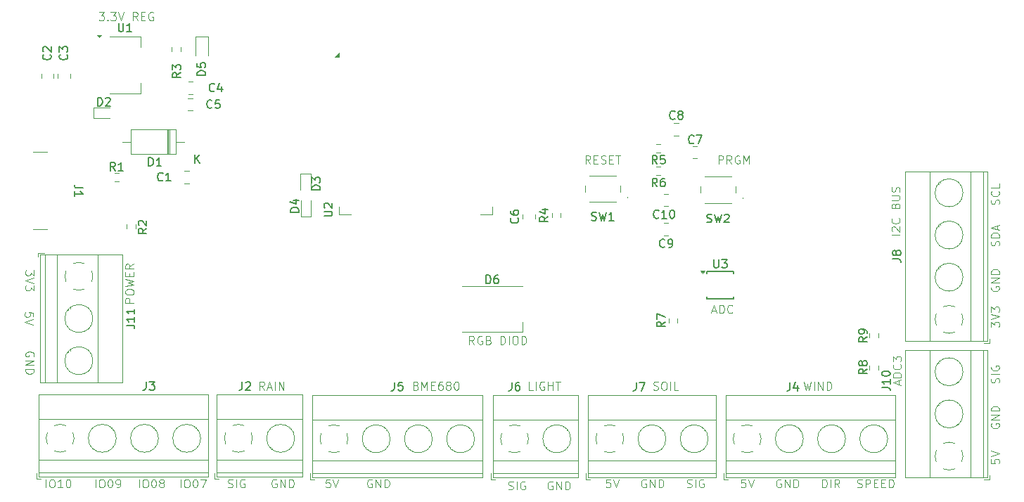
<source format=gbr>
%TF.GenerationSoftware,KiCad,Pcbnew,8.0.0*%
%TF.CreationDate,2024-03-06T11:07:10-06:00*%
%TF.ProjectId,ESP32-S3 Weather Station V2,45535033-322d-4533-9320-576561746865,rev?*%
%TF.SameCoordinates,Original*%
%TF.FileFunction,Legend,Top*%
%TF.FilePolarity,Positive*%
%FSLAX46Y46*%
G04 Gerber Fmt 4.6, Leading zero omitted, Abs format (unit mm)*
G04 Created by KiCad (PCBNEW 8.0.0) date 2024-03-06 11:07:10*
%MOMM*%
%LPD*%
G01*
G04 APERTURE LIST*
%ADD10C,0.100000*%
%ADD11C,0.150000*%
%ADD12C,0.120000*%
G04 APERTURE END LIST*
D10*
X193827693Y-107920038D02*
X193732455Y-107872419D01*
X193732455Y-107872419D02*
X193589598Y-107872419D01*
X193589598Y-107872419D02*
X193446741Y-107920038D01*
X193446741Y-107920038D02*
X193351503Y-108015276D01*
X193351503Y-108015276D02*
X193303884Y-108110514D01*
X193303884Y-108110514D02*
X193256265Y-108300990D01*
X193256265Y-108300990D02*
X193256265Y-108443847D01*
X193256265Y-108443847D02*
X193303884Y-108634323D01*
X193303884Y-108634323D02*
X193351503Y-108729561D01*
X193351503Y-108729561D02*
X193446741Y-108824800D01*
X193446741Y-108824800D02*
X193589598Y-108872419D01*
X193589598Y-108872419D02*
X193684836Y-108872419D01*
X193684836Y-108872419D02*
X193827693Y-108824800D01*
X193827693Y-108824800D02*
X193875312Y-108777180D01*
X193875312Y-108777180D02*
X193875312Y-108443847D01*
X193875312Y-108443847D02*
X193684836Y-108443847D01*
X194303884Y-108872419D02*
X194303884Y-107872419D01*
X194303884Y-107872419D02*
X194875312Y-108872419D01*
X194875312Y-108872419D02*
X194875312Y-107872419D01*
X195351503Y-108872419D02*
X195351503Y-107872419D01*
X195351503Y-107872419D02*
X195589598Y-107872419D01*
X195589598Y-107872419D02*
X195732455Y-107920038D01*
X195732455Y-107920038D02*
X195827693Y-108015276D01*
X195827693Y-108015276D02*
X195875312Y-108110514D01*
X195875312Y-108110514D02*
X195922931Y-108300990D01*
X195922931Y-108300990D02*
X195922931Y-108443847D01*
X195922931Y-108443847D02*
X195875312Y-108634323D01*
X195875312Y-108634323D02*
X195827693Y-108729561D01*
X195827693Y-108729561D02*
X195732455Y-108824800D01*
X195732455Y-108824800D02*
X195589598Y-108872419D01*
X195589598Y-108872419D02*
X195351503Y-108872419D01*
X166327693Y-108170038D02*
X166232455Y-108122419D01*
X166232455Y-108122419D02*
X166089598Y-108122419D01*
X166089598Y-108122419D02*
X165946741Y-108170038D01*
X165946741Y-108170038D02*
X165851503Y-108265276D01*
X165851503Y-108265276D02*
X165803884Y-108360514D01*
X165803884Y-108360514D02*
X165756265Y-108550990D01*
X165756265Y-108550990D02*
X165756265Y-108693847D01*
X165756265Y-108693847D02*
X165803884Y-108884323D01*
X165803884Y-108884323D02*
X165851503Y-108979561D01*
X165851503Y-108979561D02*
X165946741Y-109074800D01*
X165946741Y-109074800D02*
X166089598Y-109122419D01*
X166089598Y-109122419D02*
X166184836Y-109122419D01*
X166184836Y-109122419D02*
X166327693Y-109074800D01*
X166327693Y-109074800D02*
X166375312Y-109027180D01*
X166375312Y-109027180D02*
X166375312Y-108693847D01*
X166375312Y-108693847D02*
X166184836Y-108693847D01*
X166803884Y-109122419D02*
X166803884Y-108122419D01*
X166803884Y-108122419D02*
X167375312Y-109122419D01*
X167375312Y-109122419D02*
X167375312Y-108122419D01*
X167851503Y-109122419D02*
X167851503Y-108122419D01*
X167851503Y-108122419D02*
X168089598Y-108122419D01*
X168089598Y-108122419D02*
X168232455Y-108170038D01*
X168232455Y-108170038D02*
X168327693Y-108265276D01*
X168327693Y-108265276D02*
X168375312Y-108360514D01*
X168375312Y-108360514D02*
X168422931Y-108550990D01*
X168422931Y-108550990D02*
X168422931Y-108693847D01*
X168422931Y-108693847D02*
X168375312Y-108884323D01*
X168375312Y-108884323D02*
X168327693Y-108979561D01*
X168327693Y-108979561D02*
X168232455Y-109074800D01*
X168232455Y-109074800D02*
X168089598Y-109122419D01*
X168089598Y-109122419D02*
X167851503Y-109122419D01*
X208009537Y-96493734D02*
X208009537Y-96017544D01*
X208295252Y-96588972D02*
X207295252Y-96255639D01*
X207295252Y-96255639D02*
X208295252Y-95922306D01*
X208295252Y-95588972D02*
X207295252Y-95588972D01*
X207295252Y-95588972D02*
X207295252Y-95350877D01*
X207295252Y-95350877D02*
X207342871Y-95208020D01*
X207342871Y-95208020D02*
X207438109Y-95112782D01*
X207438109Y-95112782D02*
X207533347Y-95065163D01*
X207533347Y-95065163D02*
X207723823Y-95017544D01*
X207723823Y-95017544D02*
X207866680Y-95017544D01*
X207866680Y-95017544D02*
X208057156Y-95065163D01*
X208057156Y-95065163D02*
X208152394Y-95112782D01*
X208152394Y-95112782D02*
X208247633Y-95208020D01*
X208247633Y-95208020D02*
X208295252Y-95350877D01*
X208295252Y-95350877D02*
X208295252Y-95588972D01*
X208200013Y-94017544D02*
X208247633Y-94065163D01*
X208247633Y-94065163D02*
X208295252Y-94208020D01*
X208295252Y-94208020D02*
X208295252Y-94303258D01*
X208295252Y-94303258D02*
X208247633Y-94446115D01*
X208247633Y-94446115D02*
X208152394Y-94541353D01*
X208152394Y-94541353D02*
X208057156Y-94588972D01*
X208057156Y-94588972D02*
X207866680Y-94636591D01*
X207866680Y-94636591D02*
X207723823Y-94636591D01*
X207723823Y-94636591D02*
X207533347Y-94588972D01*
X207533347Y-94588972D02*
X207438109Y-94541353D01*
X207438109Y-94541353D02*
X207342871Y-94446115D01*
X207342871Y-94446115D02*
X207295252Y-94303258D01*
X207295252Y-94303258D02*
X207295252Y-94208020D01*
X207295252Y-94208020D02*
X207342871Y-94065163D01*
X207342871Y-94065163D02*
X207390490Y-94017544D01*
X207295252Y-93684210D02*
X207295252Y-93065163D01*
X207295252Y-93065163D02*
X207676204Y-93398496D01*
X207676204Y-93398496D02*
X207676204Y-93255639D01*
X207676204Y-93255639D02*
X207723823Y-93160401D01*
X207723823Y-93160401D02*
X207771442Y-93112782D01*
X207771442Y-93112782D02*
X207866680Y-93065163D01*
X207866680Y-93065163D02*
X208104775Y-93065163D01*
X208104775Y-93065163D02*
X208200013Y-93112782D01*
X208200013Y-93112782D02*
X208247633Y-93160401D01*
X208247633Y-93160401D02*
X208295252Y-93255639D01*
X208295252Y-93255639D02*
X208295252Y-93541353D01*
X208295252Y-93541353D02*
X208247633Y-93636591D01*
X208247633Y-93636591D02*
X208200013Y-93684210D01*
X220074800Y-79743734D02*
X220122419Y-79600877D01*
X220122419Y-79600877D02*
X220122419Y-79362782D01*
X220122419Y-79362782D02*
X220074800Y-79267544D01*
X220074800Y-79267544D02*
X220027180Y-79219925D01*
X220027180Y-79219925D02*
X219931942Y-79172306D01*
X219931942Y-79172306D02*
X219836704Y-79172306D01*
X219836704Y-79172306D02*
X219741466Y-79219925D01*
X219741466Y-79219925D02*
X219693847Y-79267544D01*
X219693847Y-79267544D02*
X219646228Y-79362782D01*
X219646228Y-79362782D02*
X219598609Y-79553258D01*
X219598609Y-79553258D02*
X219550990Y-79648496D01*
X219550990Y-79648496D02*
X219503371Y-79696115D01*
X219503371Y-79696115D02*
X219408133Y-79743734D01*
X219408133Y-79743734D02*
X219312895Y-79743734D01*
X219312895Y-79743734D02*
X219217657Y-79696115D01*
X219217657Y-79696115D02*
X219170038Y-79648496D01*
X219170038Y-79648496D02*
X219122419Y-79553258D01*
X219122419Y-79553258D02*
X219122419Y-79315163D01*
X219122419Y-79315163D02*
X219170038Y-79172306D01*
X220122419Y-78743734D02*
X219122419Y-78743734D01*
X219122419Y-78743734D02*
X219122419Y-78505639D01*
X219122419Y-78505639D02*
X219170038Y-78362782D01*
X219170038Y-78362782D02*
X219265276Y-78267544D01*
X219265276Y-78267544D02*
X219360514Y-78219925D01*
X219360514Y-78219925D02*
X219550990Y-78172306D01*
X219550990Y-78172306D02*
X219693847Y-78172306D01*
X219693847Y-78172306D02*
X219884323Y-78219925D01*
X219884323Y-78219925D02*
X219979561Y-78267544D01*
X219979561Y-78267544D02*
X220074800Y-78362782D01*
X220074800Y-78362782D02*
X220122419Y-78505639D01*
X220122419Y-78505639D02*
X220122419Y-78743734D01*
X219836704Y-77791353D02*
X219836704Y-77315163D01*
X220122419Y-77886591D02*
X219122419Y-77553258D01*
X219122419Y-77553258D02*
X220122419Y-77219925D01*
X173280074Y-107872419D02*
X172803884Y-107872419D01*
X172803884Y-107872419D02*
X172756265Y-108348609D01*
X172756265Y-108348609D02*
X172803884Y-108300990D01*
X172803884Y-108300990D02*
X172899122Y-108253371D01*
X172899122Y-108253371D02*
X173137217Y-108253371D01*
X173137217Y-108253371D02*
X173232455Y-108300990D01*
X173232455Y-108300990D02*
X173280074Y-108348609D01*
X173280074Y-108348609D02*
X173327693Y-108443847D01*
X173327693Y-108443847D02*
X173327693Y-108681942D01*
X173327693Y-108681942D02*
X173280074Y-108777180D01*
X173280074Y-108777180D02*
X173232455Y-108824800D01*
X173232455Y-108824800D02*
X173137217Y-108872419D01*
X173137217Y-108872419D02*
X172899122Y-108872419D01*
X172899122Y-108872419D02*
X172803884Y-108824800D01*
X172803884Y-108824800D02*
X172756265Y-108777180D01*
X173613408Y-107872419D02*
X173946741Y-108872419D01*
X173946741Y-108872419D02*
X174280074Y-107872419D01*
X189530074Y-107872419D02*
X189053884Y-107872419D01*
X189053884Y-107872419D02*
X189006265Y-108348609D01*
X189006265Y-108348609D02*
X189053884Y-108300990D01*
X189053884Y-108300990D02*
X189149122Y-108253371D01*
X189149122Y-108253371D02*
X189387217Y-108253371D01*
X189387217Y-108253371D02*
X189482455Y-108300990D01*
X189482455Y-108300990D02*
X189530074Y-108348609D01*
X189530074Y-108348609D02*
X189577693Y-108443847D01*
X189577693Y-108443847D02*
X189577693Y-108681942D01*
X189577693Y-108681942D02*
X189530074Y-108777180D01*
X189530074Y-108777180D02*
X189482455Y-108824800D01*
X189482455Y-108824800D02*
X189387217Y-108872419D01*
X189387217Y-108872419D02*
X189149122Y-108872419D01*
X189149122Y-108872419D02*
X189053884Y-108824800D01*
X189053884Y-108824800D02*
X189006265Y-108777180D01*
X189863408Y-107872419D02*
X190196741Y-108872419D01*
X190196741Y-108872419D02*
X190530074Y-107872419D01*
X103792842Y-88285812D02*
X103792842Y-87809622D01*
X103792842Y-87809622D02*
X103316652Y-87762003D01*
X103316652Y-87762003D02*
X103364271Y-87809622D01*
X103364271Y-87809622D02*
X103411890Y-87904860D01*
X103411890Y-87904860D02*
X103411890Y-88142955D01*
X103411890Y-88142955D02*
X103364271Y-88238193D01*
X103364271Y-88238193D02*
X103316652Y-88285812D01*
X103316652Y-88285812D02*
X103221414Y-88333431D01*
X103221414Y-88333431D02*
X102983319Y-88333431D01*
X102983319Y-88333431D02*
X102888081Y-88285812D01*
X102888081Y-88285812D02*
X102840462Y-88238193D01*
X102840462Y-88238193D02*
X102792842Y-88142955D01*
X102792842Y-88142955D02*
X102792842Y-87904860D01*
X102792842Y-87904860D02*
X102840462Y-87809622D01*
X102840462Y-87809622D02*
X102888081Y-87762003D01*
X103792842Y-88619146D02*
X102792842Y-88952479D01*
X102792842Y-88952479D02*
X103792842Y-89285812D01*
X105303884Y-108872419D02*
X105303884Y-107872419D01*
X105970550Y-107872419D02*
X106161026Y-107872419D01*
X106161026Y-107872419D02*
X106256264Y-107920038D01*
X106256264Y-107920038D02*
X106351502Y-108015276D01*
X106351502Y-108015276D02*
X106399121Y-108205752D01*
X106399121Y-108205752D02*
X106399121Y-108539085D01*
X106399121Y-108539085D02*
X106351502Y-108729561D01*
X106351502Y-108729561D02*
X106256264Y-108824800D01*
X106256264Y-108824800D02*
X106161026Y-108872419D01*
X106161026Y-108872419D02*
X105970550Y-108872419D01*
X105970550Y-108872419D02*
X105875312Y-108824800D01*
X105875312Y-108824800D02*
X105780074Y-108729561D01*
X105780074Y-108729561D02*
X105732455Y-108539085D01*
X105732455Y-108539085D02*
X105732455Y-108205752D01*
X105732455Y-108205752D02*
X105780074Y-108015276D01*
X105780074Y-108015276D02*
X105875312Y-107920038D01*
X105875312Y-107920038D02*
X105970550Y-107872419D01*
X107351502Y-108872419D02*
X106780074Y-108872419D01*
X107065788Y-108872419D02*
X107065788Y-107872419D01*
X107065788Y-107872419D02*
X106970550Y-108015276D01*
X106970550Y-108015276D02*
X106875312Y-108110514D01*
X106875312Y-108110514D02*
X106780074Y-108158133D01*
X107970550Y-107872419D02*
X108065788Y-107872419D01*
X108065788Y-107872419D02*
X108161026Y-107920038D01*
X108161026Y-107920038D02*
X108208645Y-107967657D01*
X108208645Y-107967657D02*
X108256264Y-108062895D01*
X108256264Y-108062895D02*
X108303883Y-108253371D01*
X108303883Y-108253371D02*
X108303883Y-108491466D01*
X108303883Y-108491466D02*
X108256264Y-108681942D01*
X108256264Y-108681942D02*
X108208645Y-108777180D01*
X108208645Y-108777180D02*
X108161026Y-108824800D01*
X108161026Y-108824800D02*
X108065788Y-108872419D01*
X108065788Y-108872419D02*
X107970550Y-108872419D01*
X107970550Y-108872419D02*
X107875312Y-108824800D01*
X107875312Y-108824800D02*
X107827693Y-108777180D01*
X107827693Y-108777180D02*
X107780074Y-108681942D01*
X107780074Y-108681942D02*
X107732455Y-108491466D01*
X107732455Y-108491466D02*
X107732455Y-108253371D01*
X107732455Y-108253371D02*
X107780074Y-108062895D01*
X107780074Y-108062895D02*
X107827693Y-107967657D01*
X107827693Y-107967657D02*
X107875312Y-107920038D01*
X107875312Y-107920038D02*
X107970550Y-107872419D01*
X139530074Y-107872419D02*
X139053884Y-107872419D01*
X139053884Y-107872419D02*
X139006265Y-108348609D01*
X139006265Y-108348609D02*
X139053884Y-108300990D01*
X139053884Y-108300990D02*
X139149122Y-108253371D01*
X139149122Y-108253371D02*
X139387217Y-108253371D01*
X139387217Y-108253371D02*
X139482455Y-108300990D01*
X139482455Y-108300990D02*
X139530074Y-108348609D01*
X139530074Y-108348609D02*
X139577693Y-108443847D01*
X139577693Y-108443847D02*
X139577693Y-108681942D01*
X139577693Y-108681942D02*
X139530074Y-108777180D01*
X139530074Y-108777180D02*
X139482455Y-108824800D01*
X139482455Y-108824800D02*
X139387217Y-108872419D01*
X139387217Y-108872419D02*
X139149122Y-108872419D01*
X139149122Y-108872419D02*
X139053884Y-108824800D01*
X139053884Y-108824800D02*
X139006265Y-108777180D01*
X139863408Y-107872419D02*
X140196741Y-108872419D01*
X140196741Y-108872419D02*
X140530074Y-107872419D01*
X170875312Y-69872419D02*
X170541979Y-69396228D01*
X170303884Y-69872419D02*
X170303884Y-68872419D01*
X170303884Y-68872419D02*
X170684836Y-68872419D01*
X170684836Y-68872419D02*
X170780074Y-68920038D01*
X170780074Y-68920038D02*
X170827693Y-68967657D01*
X170827693Y-68967657D02*
X170875312Y-69062895D01*
X170875312Y-69062895D02*
X170875312Y-69205752D01*
X170875312Y-69205752D02*
X170827693Y-69300990D01*
X170827693Y-69300990D02*
X170780074Y-69348609D01*
X170780074Y-69348609D02*
X170684836Y-69396228D01*
X170684836Y-69396228D02*
X170303884Y-69396228D01*
X171303884Y-69348609D02*
X171637217Y-69348609D01*
X171780074Y-69872419D02*
X171303884Y-69872419D01*
X171303884Y-69872419D02*
X171303884Y-68872419D01*
X171303884Y-68872419D02*
X171780074Y-68872419D01*
X172161027Y-69824800D02*
X172303884Y-69872419D01*
X172303884Y-69872419D02*
X172541979Y-69872419D01*
X172541979Y-69872419D02*
X172637217Y-69824800D01*
X172637217Y-69824800D02*
X172684836Y-69777180D01*
X172684836Y-69777180D02*
X172732455Y-69681942D01*
X172732455Y-69681942D02*
X172732455Y-69586704D01*
X172732455Y-69586704D02*
X172684836Y-69491466D01*
X172684836Y-69491466D02*
X172637217Y-69443847D01*
X172637217Y-69443847D02*
X172541979Y-69396228D01*
X172541979Y-69396228D02*
X172351503Y-69348609D01*
X172351503Y-69348609D02*
X172256265Y-69300990D01*
X172256265Y-69300990D02*
X172208646Y-69253371D01*
X172208646Y-69253371D02*
X172161027Y-69158133D01*
X172161027Y-69158133D02*
X172161027Y-69062895D01*
X172161027Y-69062895D02*
X172208646Y-68967657D01*
X172208646Y-68967657D02*
X172256265Y-68920038D01*
X172256265Y-68920038D02*
X172351503Y-68872419D01*
X172351503Y-68872419D02*
X172589598Y-68872419D01*
X172589598Y-68872419D02*
X172732455Y-68920038D01*
X173161027Y-69348609D02*
X173494360Y-69348609D01*
X173637217Y-69872419D02*
X173161027Y-69872419D01*
X173161027Y-69872419D02*
X173161027Y-68872419D01*
X173161027Y-68872419D02*
X173637217Y-68872419D01*
X173922932Y-68872419D02*
X174494360Y-68872419D01*
X174208646Y-69872419D02*
X174208646Y-68872419D01*
X111708646Y-51622419D02*
X112327693Y-51622419D01*
X112327693Y-51622419D02*
X111994360Y-52003371D01*
X111994360Y-52003371D02*
X112137217Y-52003371D01*
X112137217Y-52003371D02*
X112232455Y-52050990D01*
X112232455Y-52050990D02*
X112280074Y-52098609D01*
X112280074Y-52098609D02*
X112327693Y-52193847D01*
X112327693Y-52193847D02*
X112327693Y-52431942D01*
X112327693Y-52431942D02*
X112280074Y-52527180D01*
X112280074Y-52527180D02*
X112232455Y-52574800D01*
X112232455Y-52574800D02*
X112137217Y-52622419D01*
X112137217Y-52622419D02*
X111851503Y-52622419D01*
X111851503Y-52622419D02*
X111756265Y-52574800D01*
X111756265Y-52574800D02*
X111708646Y-52527180D01*
X112756265Y-52527180D02*
X112803884Y-52574800D01*
X112803884Y-52574800D02*
X112756265Y-52622419D01*
X112756265Y-52622419D02*
X112708646Y-52574800D01*
X112708646Y-52574800D02*
X112756265Y-52527180D01*
X112756265Y-52527180D02*
X112756265Y-52622419D01*
X113137217Y-51622419D02*
X113756264Y-51622419D01*
X113756264Y-51622419D02*
X113422931Y-52003371D01*
X113422931Y-52003371D02*
X113565788Y-52003371D01*
X113565788Y-52003371D02*
X113661026Y-52050990D01*
X113661026Y-52050990D02*
X113708645Y-52098609D01*
X113708645Y-52098609D02*
X113756264Y-52193847D01*
X113756264Y-52193847D02*
X113756264Y-52431942D01*
X113756264Y-52431942D02*
X113708645Y-52527180D01*
X113708645Y-52527180D02*
X113661026Y-52574800D01*
X113661026Y-52574800D02*
X113565788Y-52622419D01*
X113565788Y-52622419D02*
X113280074Y-52622419D01*
X113280074Y-52622419D02*
X113184836Y-52574800D01*
X113184836Y-52574800D02*
X113137217Y-52527180D01*
X114041979Y-51622419D02*
X114375312Y-52622419D01*
X114375312Y-52622419D02*
X114708645Y-51622419D01*
X116375312Y-52622419D02*
X116041979Y-52146228D01*
X115803884Y-52622419D02*
X115803884Y-51622419D01*
X115803884Y-51622419D02*
X116184836Y-51622419D01*
X116184836Y-51622419D02*
X116280074Y-51670038D01*
X116280074Y-51670038D02*
X116327693Y-51717657D01*
X116327693Y-51717657D02*
X116375312Y-51812895D01*
X116375312Y-51812895D02*
X116375312Y-51955752D01*
X116375312Y-51955752D02*
X116327693Y-52050990D01*
X116327693Y-52050990D02*
X116280074Y-52098609D01*
X116280074Y-52098609D02*
X116184836Y-52146228D01*
X116184836Y-52146228D02*
X115803884Y-52146228D01*
X116803884Y-52098609D02*
X117137217Y-52098609D01*
X117280074Y-52622419D02*
X116803884Y-52622419D01*
X116803884Y-52622419D02*
X116803884Y-51622419D01*
X116803884Y-51622419D02*
X117280074Y-51622419D01*
X118232455Y-51670038D02*
X118137217Y-51622419D01*
X118137217Y-51622419D02*
X117994360Y-51622419D01*
X117994360Y-51622419D02*
X117851503Y-51670038D01*
X117851503Y-51670038D02*
X117756265Y-51765276D01*
X117756265Y-51765276D02*
X117708646Y-51860514D01*
X117708646Y-51860514D02*
X117661027Y-52050990D01*
X117661027Y-52050990D02*
X117661027Y-52193847D01*
X117661027Y-52193847D02*
X117708646Y-52384323D01*
X117708646Y-52384323D02*
X117756265Y-52479561D01*
X117756265Y-52479561D02*
X117851503Y-52574800D01*
X117851503Y-52574800D02*
X117994360Y-52622419D01*
X117994360Y-52622419D02*
X118089598Y-52622419D01*
X118089598Y-52622419D02*
X118232455Y-52574800D01*
X118232455Y-52574800D02*
X118280074Y-52527180D01*
X118280074Y-52527180D02*
X118280074Y-52193847D01*
X118280074Y-52193847D02*
X118089598Y-52193847D01*
X103829961Y-93077693D02*
X103877580Y-92982455D01*
X103877580Y-92982455D02*
X103877580Y-92839598D01*
X103877580Y-92839598D02*
X103829961Y-92696741D01*
X103829961Y-92696741D02*
X103734723Y-92601503D01*
X103734723Y-92601503D02*
X103639485Y-92553884D01*
X103639485Y-92553884D02*
X103449009Y-92506265D01*
X103449009Y-92506265D02*
X103306152Y-92506265D01*
X103306152Y-92506265D02*
X103115676Y-92553884D01*
X103115676Y-92553884D02*
X103020438Y-92601503D01*
X103020438Y-92601503D02*
X102925200Y-92696741D01*
X102925200Y-92696741D02*
X102877580Y-92839598D01*
X102877580Y-92839598D02*
X102877580Y-92934836D01*
X102877580Y-92934836D02*
X102925200Y-93077693D01*
X102925200Y-93077693D02*
X102972819Y-93125312D01*
X102972819Y-93125312D02*
X103306152Y-93125312D01*
X103306152Y-93125312D02*
X103306152Y-92934836D01*
X102877580Y-93553884D02*
X103877580Y-93553884D01*
X103877580Y-93553884D02*
X102877580Y-94125312D01*
X102877580Y-94125312D02*
X103877580Y-94125312D01*
X102877580Y-94601503D02*
X103877580Y-94601503D01*
X103877580Y-94601503D02*
X103877580Y-94839598D01*
X103877580Y-94839598D02*
X103829961Y-94982455D01*
X103829961Y-94982455D02*
X103734723Y-95077693D01*
X103734723Y-95077693D02*
X103639485Y-95125312D01*
X103639485Y-95125312D02*
X103449009Y-95172931D01*
X103449009Y-95172931D02*
X103306152Y-95172931D01*
X103306152Y-95172931D02*
X103115676Y-95125312D01*
X103115676Y-95125312D02*
X103020438Y-95077693D01*
X103020438Y-95077693D02*
X102925200Y-94982455D01*
X102925200Y-94982455D02*
X102877580Y-94839598D01*
X102877580Y-94839598D02*
X102877580Y-94601503D01*
X156875312Y-91622419D02*
X156541979Y-91146228D01*
X156303884Y-91622419D02*
X156303884Y-90622419D01*
X156303884Y-90622419D02*
X156684836Y-90622419D01*
X156684836Y-90622419D02*
X156780074Y-90670038D01*
X156780074Y-90670038D02*
X156827693Y-90717657D01*
X156827693Y-90717657D02*
X156875312Y-90812895D01*
X156875312Y-90812895D02*
X156875312Y-90955752D01*
X156875312Y-90955752D02*
X156827693Y-91050990D01*
X156827693Y-91050990D02*
X156780074Y-91098609D01*
X156780074Y-91098609D02*
X156684836Y-91146228D01*
X156684836Y-91146228D02*
X156303884Y-91146228D01*
X157827693Y-90670038D02*
X157732455Y-90622419D01*
X157732455Y-90622419D02*
X157589598Y-90622419D01*
X157589598Y-90622419D02*
X157446741Y-90670038D01*
X157446741Y-90670038D02*
X157351503Y-90765276D01*
X157351503Y-90765276D02*
X157303884Y-90860514D01*
X157303884Y-90860514D02*
X157256265Y-91050990D01*
X157256265Y-91050990D02*
X157256265Y-91193847D01*
X157256265Y-91193847D02*
X157303884Y-91384323D01*
X157303884Y-91384323D02*
X157351503Y-91479561D01*
X157351503Y-91479561D02*
X157446741Y-91574800D01*
X157446741Y-91574800D02*
X157589598Y-91622419D01*
X157589598Y-91622419D02*
X157684836Y-91622419D01*
X157684836Y-91622419D02*
X157827693Y-91574800D01*
X157827693Y-91574800D02*
X157875312Y-91527180D01*
X157875312Y-91527180D02*
X157875312Y-91193847D01*
X157875312Y-91193847D02*
X157684836Y-91193847D01*
X158637217Y-91098609D02*
X158780074Y-91146228D01*
X158780074Y-91146228D02*
X158827693Y-91193847D01*
X158827693Y-91193847D02*
X158875312Y-91289085D01*
X158875312Y-91289085D02*
X158875312Y-91431942D01*
X158875312Y-91431942D02*
X158827693Y-91527180D01*
X158827693Y-91527180D02*
X158780074Y-91574800D01*
X158780074Y-91574800D02*
X158684836Y-91622419D01*
X158684836Y-91622419D02*
X158303884Y-91622419D01*
X158303884Y-91622419D02*
X158303884Y-90622419D01*
X158303884Y-90622419D02*
X158637217Y-90622419D01*
X158637217Y-90622419D02*
X158732455Y-90670038D01*
X158732455Y-90670038D02*
X158780074Y-90717657D01*
X158780074Y-90717657D02*
X158827693Y-90812895D01*
X158827693Y-90812895D02*
X158827693Y-90908133D01*
X158827693Y-90908133D02*
X158780074Y-91003371D01*
X158780074Y-91003371D02*
X158732455Y-91050990D01*
X158732455Y-91050990D02*
X158637217Y-91098609D01*
X158637217Y-91098609D02*
X158303884Y-91098609D01*
X160065789Y-91622419D02*
X160065789Y-90622419D01*
X160065789Y-90622419D02*
X160303884Y-90622419D01*
X160303884Y-90622419D02*
X160446741Y-90670038D01*
X160446741Y-90670038D02*
X160541979Y-90765276D01*
X160541979Y-90765276D02*
X160589598Y-90860514D01*
X160589598Y-90860514D02*
X160637217Y-91050990D01*
X160637217Y-91050990D02*
X160637217Y-91193847D01*
X160637217Y-91193847D02*
X160589598Y-91384323D01*
X160589598Y-91384323D02*
X160541979Y-91479561D01*
X160541979Y-91479561D02*
X160446741Y-91574800D01*
X160446741Y-91574800D02*
X160303884Y-91622419D01*
X160303884Y-91622419D02*
X160065789Y-91622419D01*
X161065789Y-91622419D02*
X161065789Y-90622419D01*
X161732455Y-90622419D02*
X161922931Y-90622419D01*
X161922931Y-90622419D02*
X162018169Y-90670038D01*
X162018169Y-90670038D02*
X162113407Y-90765276D01*
X162113407Y-90765276D02*
X162161026Y-90955752D01*
X162161026Y-90955752D02*
X162161026Y-91289085D01*
X162161026Y-91289085D02*
X162113407Y-91479561D01*
X162113407Y-91479561D02*
X162018169Y-91574800D01*
X162018169Y-91574800D02*
X161922931Y-91622419D01*
X161922931Y-91622419D02*
X161732455Y-91622419D01*
X161732455Y-91622419D02*
X161637217Y-91574800D01*
X161637217Y-91574800D02*
X161541979Y-91479561D01*
X161541979Y-91479561D02*
X161494360Y-91289085D01*
X161494360Y-91289085D02*
X161494360Y-90955752D01*
X161494360Y-90955752D02*
X161541979Y-90765276D01*
X161541979Y-90765276D02*
X161637217Y-90670038D01*
X161637217Y-90670038D02*
X161732455Y-90622419D01*
X162589598Y-91622419D02*
X162589598Y-90622419D01*
X162589598Y-90622419D02*
X162827693Y-90622419D01*
X162827693Y-90622419D02*
X162970550Y-90670038D01*
X162970550Y-90670038D02*
X163065788Y-90765276D01*
X163065788Y-90765276D02*
X163113407Y-90860514D01*
X163113407Y-90860514D02*
X163161026Y-91050990D01*
X163161026Y-91050990D02*
X163161026Y-91193847D01*
X163161026Y-91193847D02*
X163113407Y-91384323D01*
X163113407Y-91384323D02*
X163065788Y-91479561D01*
X163065788Y-91479561D02*
X162970550Y-91574800D01*
X162970550Y-91574800D02*
X162827693Y-91622419D01*
X162827693Y-91622419D02*
X162589598Y-91622419D01*
X185506265Y-87586704D02*
X185982455Y-87586704D01*
X185411027Y-87872419D02*
X185744360Y-86872419D01*
X185744360Y-86872419D02*
X186077693Y-87872419D01*
X186411027Y-87872419D02*
X186411027Y-86872419D01*
X186411027Y-86872419D02*
X186649122Y-86872419D01*
X186649122Y-86872419D02*
X186791979Y-86920038D01*
X186791979Y-86920038D02*
X186887217Y-87015276D01*
X186887217Y-87015276D02*
X186934836Y-87110514D01*
X186934836Y-87110514D02*
X186982455Y-87300990D01*
X186982455Y-87300990D02*
X186982455Y-87443847D01*
X186982455Y-87443847D02*
X186934836Y-87634323D01*
X186934836Y-87634323D02*
X186887217Y-87729561D01*
X186887217Y-87729561D02*
X186791979Y-87824800D01*
X186791979Y-87824800D02*
X186649122Y-87872419D01*
X186649122Y-87872419D02*
X186411027Y-87872419D01*
X187982455Y-87777180D02*
X187934836Y-87824800D01*
X187934836Y-87824800D02*
X187791979Y-87872419D01*
X187791979Y-87872419D02*
X187696741Y-87872419D01*
X187696741Y-87872419D02*
X187553884Y-87824800D01*
X187553884Y-87824800D02*
X187458646Y-87729561D01*
X187458646Y-87729561D02*
X187411027Y-87634323D01*
X187411027Y-87634323D02*
X187363408Y-87443847D01*
X187363408Y-87443847D02*
X187363408Y-87300990D01*
X187363408Y-87300990D02*
X187411027Y-87110514D01*
X187411027Y-87110514D02*
X187458646Y-87015276D01*
X187458646Y-87015276D02*
X187553884Y-86920038D01*
X187553884Y-86920038D02*
X187696741Y-86872419D01*
X187696741Y-86872419D02*
X187791979Y-86872419D01*
X187791979Y-86872419D02*
X187934836Y-86920038D01*
X187934836Y-86920038D02*
X187982455Y-86967657D01*
X208122419Y-78446115D02*
X207122419Y-78446115D01*
X207217657Y-78017544D02*
X207170038Y-77969925D01*
X207170038Y-77969925D02*
X207122419Y-77874687D01*
X207122419Y-77874687D02*
X207122419Y-77636592D01*
X207122419Y-77636592D02*
X207170038Y-77541354D01*
X207170038Y-77541354D02*
X207217657Y-77493735D01*
X207217657Y-77493735D02*
X207312895Y-77446116D01*
X207312895Y-77446116D02*
X207408133Y-77446116D01*
X207408133Y-77446116D02*
X207550990Y-77493735D01*
X207550990Y-77493735D02*
X208122419Y-78065163D01*
X208122419Y-78065163D02*
X208122419Y-77446116D01*
X208027180Y-76446116D02*
X208074800Y-76493735D01*
X208074800Y-76493735D02*
X208122419Y-76636592D01*
X208122419Y-76636592D02*
X208122419Y-76731830D01*
X208122419Y-76731830D02*
X208074800Y-76874687D01*
X208074800Y-76874687D02*
X207979561Y-76969925D01*
X207979561Y-76969925D02*
X207884323Y-77017544D01*
X207884323Y-77017544D02*
X207693847Y-77065163D01*
X207693847Y-77065163D02*
X207550990Y-77065163D01*
X207550990Y-77065163D02*
X207360514Y-77017544D01*
X207360514Y-77017544D02*
X207265276Y-76969925D01*
X207265276Y-76969925D02*
X207170038Y-76874687D01*
X207170038Y-76874687D02*
X207122419Y-76731830D01*
X207122419Y-76731830D02*
X207122419Y-76636592D01*
X207122419Y-76636592D02*
X207170038Y-76493735D01*
X207170038Y-76493735D02*
X207217657Y-76446116D01*
X207598609Y-74922306D02*
X207646228Y-74779449D01*
X207646228Y-74779449D02*
X207693847Y-74731830D01*
X207693847Y-74731830D02*
X207789085Y-74684211D01*
X207789085Y-74684211D02*
X207931942Y-74684211D01*
X207931942Y-74684211D02*
X208027180Y-74731830D01*
X208027180Y-74731830D02*
X208074800Y-74779449D01*
X208074800Y-74779449D02*
X208122419Y-74874687D01*
X208122419Y-74874687D02*
X208122419Y-75255639D01*
X208122419Y-75255639D02*
X207122419Y-75255639D01*
X207122419Y-75255639D02*
X207122419Y-74922306D01*
X207122419Y-74922306D02*
X207170038Y-74827068D01*
X207170038Y-74827068D02*
X207217657Y-74779449D01*
X207217657Y-74779449D02*
X207312895Y-74731830D01*
X207312895Y-74731830D02*
X207408133Y-74731830D01*
X207408133Y-74731830D02*
X207503371Y-74779449D01*
X207503371Y-74779449D02*
X207550990Y-74827068D01*
X207550990Y-74827068D02*
X207598609Y-74922306D01*
X207598609Y-74922306D02*
X207598609Y-75255639D01*
X207122419Y-74255639D02*
X207931942Y-74255639D01*
X207931942Y-74255639D02*
X208027180Y-74208020D01*
X208027180Y-74208020D02*
X208074800Y-74160401D01*
X208074800Y-74160401D02*
X208122419Y-74065163D01*
X208122419Y-74065163D02*
X208122419Y-73874687D01*
X208122419Y-73874687D02*
X208074800Y-73779449D01*
X208074800Y-73779449D02*
X208027180Y-73731830D01*
X208027180Y-73731830D02*
X207931942Y-73684211D01*
X207931942Y-73684211D02*
X207122419Y-73684211D01*
X208074800Y-73255639D02*
X208122419Y-73112782D01*
X208122419Y-73112782D02*
X208122419Y-72874687D01*
X208122419Y-72874687D02*
X208074800Y-72779449D01*
X208074800Y-72779449D02*
X208027180Y-72731830D01*
X208027180Y-72731830D02*
X207931942Y-72684211D01*
X207931942Y-72684211D02*
X207836704Y-72684211D01*
X207836704Y-72684211D02*
X207741466Y-72731830D01*
X207741466Y-72731830D02*
X207693847Y-72779449D01*
X207693847Y-72779449D02*
X207646228Y-72874687D01*
X207646228Y-72874687D02*
X207598609Y-73065163D01*
X207598609Y-73065163D02*
X207550990Y-73160401D01*
X207550990Y-73160401D02*
X207503371Y-73208020D01*
X207503371Y-73208020D02*
X207408133Y-73255639D01*
X207408133Y-73255639D02*
X207312895Y-73255639D01*
X207312895Y-73255639D02*
X207217657Y-73208020D01*
X207217657Y-73208020D02*
X207170038Y-73160401D01*
X207170038Y-73160401D02*
X207122419Y-73065163D01*
X207122419Y-73065163D02*
X207122419Y-72827068D01*
X207122419Y-72827068D02*
X207170038Y-72684211D01*
X219170038Y-84672306D02*
X219122419Y-84767544D01*
X219122419Y-84767544D02*
X219122419Y-84910401D01*
X219122419Y-84910401D02*
X219170038Y-85053258D01*
X219170038Y-85053258D02*
X219265276Y-85148496D01*
X219265276Y-85148496D02*
X219360514Y-85196115D01*
X219360514Y-85196115D02*
X219550990Y-85243734D01*
X219550990Y-85243734D02*
X219693847Y-85243734D01*
X219693847Y-85243734D02*
X219884323Y-85196115D01*
X219884323Y-85196115D02*
X219979561Y-85148496D01*
X219979561Y-85148496D02*
X220074800Y-85053258D01*
X220074800Y-85053258D02*
X220122419Y-84910401D01*
X220122419Y-84910401D02*
X220122419Y-84815163D01*
X220122419Y-84815163D02*
X220074800Y-84672306D01*
X220074800Y-84672306D02*
X220027180Y-84624687D01*
X220027180Y-84624687D02*
X219693847Y-84624687D01*
X219693847Y-84624687D02*
X219693847Y-84815163D01*
X220122419Y-84196115D02*
X219122419Y-84196115D01*
X219122419Y-84196115D02*
X220122419Y-83624687D01*
X220122419Y-83624687D02*
X219122419Y-83624687D01*
X220122419Y-83148496D02*
X219122419Y-83148496D01*
X219122419Y-83148496D02*
X219122419Y-82910401D01*
X219122419Y-82910401D02*
X219170038Y-82767544D01*
X219170038Y-82767544D02*
X219265276Y-82672306D01*
X219265276Y-82672306D02*
X219360514Y-82624687D01*
X219360514Y-82624687D02*
X219550990Y-82577068D01*
X219550990Y-82577068D02*
X219693847Y-82577068D01*
X219693847Y-82577068D02*
X219884323Y-82624687D01*
X219884323Y-82624687D02*
X219979561Y-82672306D01*
X219979561Y-82672306D02*
X220074800Y-82767544D01*
X220074800Y-82767544D02*
X220122419Y-82910401D01*
X220122419Y-82910401D02*
X220122419Y-83148496D01*
X103877580Y-82708646D02*
X103877580Y-83327693D01*
X103877580Y-83327693D02*
X103496628Y-82994360D01*
X103496628Y-82994360D02*
X103496628Y-83137217D01*
X103496628Y-83137217D02*
X103449009Y-83232455D01*
X103449009Y-83232455D02*
X103401390Y-83280074D01*
X103401390Y-83280074D02*
X103306152Y-83327693D01*
X103306152Y-83327693D02*
X103068057Y-83327693D01*
X103068057Y-83327693D02*
X102972819Y-83280074D01*
X102972819Y-83280074D02*
X102925200Y-83232455D01*
X102925200Y-83232455D02*
X102877580Y-83137217D01*
X102877580Y-83137217D02*
X102877580Y-82851503D01*
X102877580Y-82851503D02*
X102925200Y-82756265D01*
X102925200Y-82756265D02*
X102972819Y-82708646D01*
X103877580Y-83613408D02*
X102877580Y-83946741D01*
X102877580Y-83946741D02*
X103877580Y-84280074D01*
X103877580Y-84518170D02*
X103877580Y-85137217D01*
X103877580Y-85137217D02*
X103496628Y-84803884D01*
X103496628Y-84803884D02*
X103496628Y-84946741D01*
X103496628Y-84946741D02*
X103449009Y-85041979D01*
X103449009Y-85041979D02*
X103401390Y-85089598D01*
X103401390Y-85089598D02*
X103306152Y-85137217D01*
X103306152Y-85137217D02*
X103068057Y-85137217D01*
X103068057Y-85137217D02*
X102972819Y-85089598D01*
X102972819Y-85089598D02*
X102925200Y-85041979D01*
X102925200Y-85041979D02*
X102877580Y-84946741D01*
X102877580Y-84946741D02*
X102877580Y-84661027D01*
X102877580Y-84661027D02*
X102925200Y-84565789D01*
X102925200Y-84565789D02*
X102972819Y-84518170D01*
X196588646Y-96122419D02*
X196826741Y-97122419D01*
X196826741Y-97122419D02*
X197017217Y-96408133D01*
X197017217Y-96408133D02*
X197207693Y-97122419D01*
X197207693Y-97122419D02*
X197445789Y-96122419D01*
X197826741Y-97122419D02*
X197826741Y-96122419D01*
X198302931Y-97122419D02*
X198302931Y-96122419D01*
X198302931Y-96122419D02*
X198874359Y-97122419D01*
X198874359Y-97122419D02*
X198874359Y-96122419D01*
X199350550Y-97122419D02*
X199350550Y-96122419D01*
X199350550Y-96122419D02*
X199588645Y-96122419D01*
X199588645Y-96122419D02*
X199731502Y-96170038D01*
X199731502Y-96170038D02*
X199826740Y-96265276D01*
X199826740Y-96265276D02*
X199874359Y-96360514D01*
X199874359Y-96360514D02*
X199921978Y-96550990D01*
X199921978Y-96550990D02*
X199921978Y-96693847D01*
X199921978Y-96693847D02*
X199874359Y-96884323D01*
X199874359Y-96884323D02*
X199826740Y-96979561D01*
X199826740Y-96979561D02*
X199731502Y-97074800D01*
X199731502Y-97074800D02*
X199588645Y-97122419D01*
X199588645Y-97122419D02*
X199350550Y-97122419D01*
X149887217Y-96598609D02*
X150030074Y-96646228D01*
X150030074Y-96646228D02*
X150077693Y-96693847D01*
X150077693Y-96693847D02*
X150125312Y-96789085D01*
X150125312Y-96789085D02*
X150125312Y-96931942D01*
X150125312Y-96931942D02*
X150077693Y-97027180D01*
X150077693Y-97027180D02*
X150030074Y-97074800D01*
X150030074Y-97074800D02*
X149934836Y-97122419D01*
X149934836Y-97122419D02*
X149553884Y-97122419D01*
X149553884Y-97122419D02*
X149553884Y-96122419D01*
X149553884Y-96122419D02*
X149887217Y-96122419D01*
X149887217Y-96122419D02*
X149982455Y-96170038D01*
X149982455Y-96170038D02*
X150030074Y-96217657D01*
X150030074Y-96217657D02*
X150077693Y-96312895D01*
X150077693Y-96312895D02*
X150077693Y-96408133D01*
X150077693Y-96408133D02*
X150030074Y-96503371D01*
X150030074Y-96503371D02*
X149982455Y-96550990D01*
X149982455Y-96550990D02*
X149887217Y-96598609D01*
X149887217Y-96598609D02*
X149553884Y-96598609D01*
X150553884Y-97122419D02*
X150553884Y-96122419D01*
X150553884Y-96122419D02*
X150887217Y-96836704D01*
X150887217Y-96836704D02*
X151220550Y-96122419D01*
X151220550Y-96122419D02*
X151220550Y-97122419D01*
X151696741Y-96598609D02*
X152030074Y-96598609D01*
X152172931Y-97122419D02*
X151696741Y-97122419D01*
X151696741Y-97122419D02*
X151696741Y-96122419D01*
X151696741Y-96122419D02*
X152172931Y-96122419D01*
X153030074Y-96122419D02*
X152839598Y-96122419D01*
X152839598Y-96122419D02*
X152744360Y-96170038D01*
X152744360Y-96170038D02*
X152696741Y-96217657D01*
X152696741Y-96217657D02*
X152601503Y-96360514D01*
X152601503Y-96360514D02*
X152553884Y-96550990D01*
X152553884Y-96550990D02*
X152553884Y-96931942D01*
X152553884Y-96931942D02*
X152601503Y-97027180D01*
X152601503Y-97027180D02*
X152649122Y-97074800D01*
X152649122Y-97074800D02*
X152744360Y-97122419D01*
X152744360Y-97122419D02*
X152934836Y-97122419D01*
X152934836Y-97122419D02*
X153030074Y-97074800D01*
X153030074Y-97074800D02*
X153077693Y-97027180D01*
X153077693Y-97027180D02*
X153125312Y-96931942D01*
X153125312Y-96931942D02*
X153125312Y-96693847D01*
X153125312Y-96693847D02*
X153077693Y-96598609D01*
X153077693Y-96598609D02*
X153030074Y-96550990D01*
X153030074Y-96550990D02*
X152934836Y-96503371D01*
X152934836Y-96503371D02*
X152744360Y-96503371D01*
X152744360Y-96503371D02*
X152649122Y-96550990D01*
X152649122Y-96550990D02*
X152601503Y-96598609D01*
X152601503Y-96598609D02*
X152553884Y-96693847D01*
X153696741Y-96550990D02*
X153601503Y-96503371D01*
X153601503Y-96503371D02*
X153553884Y-96455752D01*
X153553884Y-96455752D02*
X153506265Y-96360514D01*
X153506265Y-96360514D02*
X153506265Y-96312895D01*
X153506265Y-96312895D02*
X153553884Y-96217657D01*
X153553884Y-96217657D02*
X153601503Y-96170038D01*
X153601503Y-96170038D02*
X153696741Y-96122419D01*
X153696741Y-96122419D02*
X153887217Y-96122419D01*
X153887217Y-96122419D02*
X153982455Y-96170038D01*
X153982455Y-96170038D02*
X154030074Y-96217657D01*
X154030074Y-96217657D02*
X154077693Y-96312895D01*
X154077693Y-96312895D02*
X154077693Y-96360514D01*
X154077693Y-96360514D02*
X154030074Y-96455752D01*
X154030074Y-96455752D02*
X153982455Y-96503371D01*
X153982455Y-96503371D02*
X153887217Y-96550990D01*
X153887217Y-96550990D02*
X153696741Y-96550990D01*
X153696741Y-96550990D02*
X153601503Y-96598609D01*
X153601503Y-96598609D02*
X153553884Y-96646228D01*
X153553884Y-96646228D02*
X153506265Y-96741466D01*
X153506265Y-96741466D02*
X153506265Y-96931942D01*
X153506265Y-96931942D02*
X153553884Y-97027180D01*
X153553884Y-97027180D02*
X153601503Y-97074800D01*
X153601503Y-97074800D02*
X153696741Y-97122419D01*
X153696741Y-97122419D02*
X153887217Y-97122419D01*
X153887217Y-97122419D02*
X153982455Y-97074800D01*
X153982455Y-97074800D02*
X154030074Y-97027180D01*
X154030074Y-97027180D02*
X154077693Y-96931942D01*
X154077693Y-96931942D02*
X154077693Y-96741466D01*
X154077693Y-96741466D02*
X154030074Y-96646228D01*
X154030074Y-96646228D02*
X153982455Y-96598609D01*
X153982455Y-96598609D02*
X153887217Y-96550990D01*
X154696741Y-96122419D02*
X154791979Y-96122419D01*
X154791979Y-96122419D02*
X154887217Y-96170038D01*
X154887217Y-96170038D02*
X154934836Y-96217657D01*
X154934836Y-96217657D02*
X154982455Y-96312895D01*
X154982455Y-96312895D02*
X155030074Y-96503371D01*
X155030074Y-96503371D02*
X155030074Y-96741466D01*
X155030074Y-96741466D02*
X154982455Y-96931942D01*
X154982455Y-96931942D02*
X154934836Y-97027180D01*
X154934836Y-97027180D02*
X154887217Y-97074800D01*
X154887217Y-97074800D02*
X154791979Y-97122419D01*
X154791979Y-97122419D02*
X154696741Y-97122419D01*
X154696741Y-97122419D02*
X154601503Y-97074800D01*
X154601503Y-97074800D02*
X154553884Y-97027180D01*
X154553884Y-97027180D02*
X154506265Y-96931942D01*
X154506265Y-96931942D02*
X154458646Y-96741466D01*
X154458646Y-96741466D02*
X154458646Y-96503371D01*
X154458646Y-96503371D02*
X154506265Y-96312895D01*
X154506265Y-96312895D02*
X154553884Y-96217657D01*
X154553884Y-96217657D02*
X154601503Y-96170038D01*
X154601503Y-96170038D02*
X154696741Y-96122419D01*
X161006265Y-109074800D02*
X161149122Y-109122419D01*
X161149122Y-109122419D02*
X161387217Y-109122419D01*
X161387217Y-109122419D02*
X161482455Y-109074800D01*
X161482455Y-109074800D02*
X161530074Y-109027180D01*
X161530074Y-109027180D02*
X161577693Y-108931942D01*
X161577693Y-108931942D02*
X161577693Y-108836704D01*
X161577693Y-108836704D02*
X161530074Y-108741466D01*
X161530074Y-108741466D02*
X161482455Y-108693847D01*
X161482455Y-108693847D02*
X161387217Y-108646228D01*
X161387217Y-108646228D02*
X161196741Y-108598609D01*
X161196741Y-108598609D02*
X161101503Y-108550990D01*
X161101503Y-108550990D02*
X161053884Y-108503371D01*
X161053884Y-108503371D02*
X161006265Y-108408133D01*
X161006265Y-108408133D02*
X161006265Y-108312895D01*
X161006265Y-108312895D02*
X161053884Y-108217657D01*
X161053884Y-108217657D02*
X161101503Y-108170038D01*
X161101503Y-108170038D02*
X161196741Y-108122419D01*
X161196741Y-108122419D02*
X161434836Y-108122419D01*
X161434836Y-108122419D02*
X161577693Y-108170038D01*
X162006265Y-109122419D02*
X162006265Y-108122419D01*
X163006264Y-108170038D02*
X162911026Y-108122419D01*
X162911026Y-108122419D02*
X162768169Y-108122419D01*
X162768169Y-108122419D02*
X162625312Y-108170038D01*
X162625312Y-108170038D02*
X162530074Y-108265276D01*
X162530074Y-108265276D02*
X162482455Y-108360514D01*
X162482455Y-108360514D02*
X162434836Y-108550990D01*
X162434836Y-108550990D02*
X162434836Y-108693847D01*
X162434836Y-108693847D02*
X162482455Y-108884323D01*
X162482455Y-108884323D02*
X162530074Y-108979561D01*
X162530074Y-108979561D02*
X162625312Y-109074800D01*
X162625312Y-109074800D02*
X162768169Y-109122419D01*
X162768169Y-109122419D02*
X162863407Y-109122419D01*
X162863407Y-109122419D02*
X163006264Y-109074800D01*
X163006264Y-109074800D02*
X163053883Y-109027180D01*
X163053883Y-109027180D02*
X163053883Y-108693847D01*
X163053883Y-108693847D02*
X162863407Y-108693847D01*
X177577693Y-107920038D02*
X177482455Y-107872419D01*
X177482455Y-107872419D02*
X177339598Y-107872419D01*
X177339598Y-107872419D02*
X177196741Y-107920038D01*
X177196741Y-107920038D02*
X177101503Y-108015276D01*
X177101503Y-108015276D02*
X177053884Y-108110514D01*
X177053884Y-108110514D02*
X177006265Y-108300990D01*
X177006265Y-108300990D02*
X177006265Y-108443847D01*
X177006265Y-108443847D02*
X177053884Y-108634323D01*
X177053884Y-108634323D02*
X177101503Y-108729561D01*
X177101503Y-108729561D02*
X177196741Y-108824800D01*
X177196741Y-108824800D02*
X177339598Y-108872419D01*
X177339598Y-108872419D02*
X177434836Y-108872419D01*
X177434836Y-108872419D02*
X177577693Y-108824800D01*
X177577693Y-108824800D02*
X177625312Y-108777180D01*
X177625312Y-108777180D02*
X177625312Y-108443847D01*
X177625312Y-108443847D02*
X177434836Y-108443847D01*
X178053884Y-108872419D02*
X178053884Y-107872419D01*
X178053884Y-107872419D02*
X178625312Y-108872419D01*
X178625312Y-108872419D02*
X178625312Y-107872419D01*
X179101503Y-108872419D02*
X179101503Y-107872419D01*
X179101503Y-107872419D02*
X179339598Y-107872419D01*
X179339598Y-107872419D02*
X179482455Y-107920038D01*
X179482455Y-107920038D02*
X179577693Y-108015276D01*
X179577693Y-108015276D02*
X179625312Y-108110514D01*
X179625312Y-108110514D02*
X179672931Y-108300990D01*
X179672931Y-108300990D02*
X179672931Y-108443847D01*
X179672931Y-108443847D02*
X179625312Y-108634323D01*
X179625312Y-108634323D02*
X179577693Y-108729561D01*
X179577693Y-108729561D02*
X179482455Y-108824800D01*
X179482455Y-108824800D02*
X179339598Y-108872419D01*
X179339598Y-108872419D02*
X179101503Y-108872419D01*
X116553884Y-108872419D02*
X116553884Y-107872419D01*
X117220550Y-107872419D02*
X117411026Y-107872419D01*
X117411026Y-107872419D02*
X117506264Y-107920038D01*
X117506264Y-107920038D02*
X117601502Y-108015276D01*
X117601502Y-108015276D02*
X117649121Y-108205752D01*
X117649121Y-108205752D02*
X117649121Y-108539085D01*
X117649121Y-108539085D02*
X117601502Y-108729561D01*
X117601502Y-108729561D02*
X117506264Y-108824800D01*
X117506264Y-108824800D02*
X117411026Y-108872419D01*
X117411026Y-108872419D02*
X117220550Y-108872419D01*
X117220550Y-108872419D02*
X117125312Y-108824800D01*
X117125312Y-108824800D02*
X117030074Y-108729561D01*
X117030074Y-108729561D02*
X116982455Y-108539085D01*
X116982455Y-108539085D02*
X116982455Y-108205752D01*
X116982455Y-108205752D02*
X117030074Y-108015276D01*
X117030074Y-108015276D02*
X117125312Y-107920038D01*
X117125312Y-107920038D02*
X117220550Y-107872419D01*
X118268169Y-107872419D02*
X118363407Y-107872419D01*
X118363407Y-107872419D02*
X118458645Y-107920038D01*
X118458645Y-107920038D02*
X118506264Y-107967657D01*
X118506264Y-107967657D02*
X118553883Y-108062895D01*
X118553883Y-108062895D02*
X118601502Y-108253371D01*
X118601502Y-108253371D02*
X118601502Y-108491466D01*
X118601502Y-108491466D02*
X118553883Y-108681942D01*
X118553883Y-108681942D02*
X118506264Y-108777180D01*
X118506264Y-108777180D02*
X118458645Y-108824800D01*
X118458645Y-108824800D02*
X118363407Y-108872419D01*
X118363407Y-108872419D02*
X118268169Y-108872419D01*
X118268169Y-108872419D02*
X118172931Y-108824800D01*
X118172931Y-108824800D02*
X118125312Y-108777180D01*
X118125312Y-108777180D02*
X118077693Y-108681942D01*
X118077693Y-108681942D02*
X118030074Y-108491466D01*
X118030074Y-108491466D02*
X118030074Y-108253371D01*
X118030074Y-108253371D02*
X118077693Y-108062895D01*
X118077693Y-108062895D02*
X118125312Y-107967657D01*
X118125312Y-107967657D02*
X118172931Y-107920038D01*
X118172931Y-107920038D02*
X118268169Y-107872419D01*
X119172931Y-108300990D02*
X119077693Y-108253371D01*
X119077693Y-108253371D02*
X119030074Y-108205752D01*
X119030074Y-108205752D02*
X118982455Y-108110514D01*
X118982455Y-108110514D02*
X118982455Y-108062895D01*
X118982455Y-108062895D02*
X119030074Y-107967657D01*
X119030074Y-107967657D02*
X119077693Y-107920038D01*
X119077693Y-107920038D02*
X119172931Y-107872419D01*
X119172931Y-107872419D02*
X119363407Y-107872419D01*
X119363407Y-107872419D02*
X119458645Y-107920038D01*
X119458645Y-107920038D02*
X119506264Y-107967657D01*
X119506264Y-107967657D02*
X119553883Y-108062895D01*
X119553883Y-108062895D02*
X119553883Y-108110514D01*
X119553883Y-108110514D02*
X119506264Y-108205752D01*
X119506264Y-108205752D02*
X119458645Y-108253371D01*
X119458645Y-108253371D02*
X119363407Y-108300990D01*
X119363407Y-108300990D02*
X119172931Y-108300990D01*
X119172931Y-108300990D02*
X119077693Y-108348609D01*
X119077693Y-108348609D02*
X119030074Y-108396228D01*
X119030074Y-108396228D02*
X118982455Y-108491466D01*
X118982455Y-108491466D02*
X118982455Y-108681942D01*
X118982455Y-108681942D02*
X119030074Y-108777180D01*
X119030074Y-108777180D02*
X119077693Y-108824800D01*
X119077693Y-108824800D02*
X119172931Y-108872419D01*
X119172931Y-108872419D02*
X119363407Y-108872419D01*
X119363407Y-108872419D02*
X119458645Y-108824800D01*
X119458645Y-108824800D02*
X119506264Y-108777180D01*
X119506264Y-108777180D02*
X119553883Y-108681942D01*
X119553883Y-108681942D02*
X119553883Y-108491466D01*
X119553883Y-108491466D02*
X119506264Y-108396228D01*
X119506264Y-108396228D02*
X119458645Y-108348609D01*
X119458645Y-108348609D02*
X119363407Y-108300990D01*
X133077693Y-107920038D02*
X132982455Y-107872419D01*
X132982455Y-107872419D02*
X132839598Y-107872419D01*
X132839598Y-107872419D02*
X132696741Y-107920038D01*
X132696741Y-107920038D02*
X132601503Y-108015276D01*
X132601503Y-108015276D02*
X132553884Y-108110514D01*
X132553884Y-108110514D02*
X132506265Y-108300990D01*
X132506265Y-108300990D02*
X132506265Y-108443847D01*
X132506265Y-108443847D02*
X132553884Y-108634323D01*
X132553884Y-108634323D02*
X132601503Y-108729561D01*
X132601503Y-108729561D02*
X132696741Y-108824800D01*
X132696741Y-108824800D02*
X132839598Y-108872419D01*
X132839598Y-108872419D02*
X132934836Y-108872419D01*
X132934836Y-108872419D02*
X133077693Y-108824800D01*
X133077693Y-108824800D02*
X133125312Y-108777180D01*
X133125312Y-108777180D02*
X133125312Y-108443847D01*
X133125312Y-108443847D02*
X132934836Y-108443847D01*
X133553884Y-108872419D02*
X133553884Y-107872419D01*
X133553884Y-107872419D02*
X134125312Y-108872419D01*
X134125312Y-108872419D02*
X134125312Y-107872419D01*
X134601503Y-108872419D02*
X134601503Y-107872419D01*
X134601503Y-107872419D02*
X134839598Y-107872419D01*
X134839598Y-107872419D02*
X134982455Y-107920038D01*
X134982455Y-107920038D02*
X135077693Y-108015276D01*
X135077693Y-108015276D02*
X135125312Y-108110514D01*
X135125312Y-108110514D02*
X135172931Y-108300990D01*
X135172931Y-108300990D02*
X135172931Y-108443847D01*
X135172931Y-108443847D02*
X135125312Y-108634323D01*
X135125312Y-108634323D02*
X135077693Y-108729561D01*
X135077693Y-108729561D02*
X134982455Y-108824800D01*
X134982455Y-108824800D02*
X134839598Y-108872419D01*
X134839598Y-108872419D02*
X134601503Y-108872419D01*
X144577693Y-107920038D02*
X144482455Y-107872419D01*
X144482455Y-107872419D02*
X144339598Y-107872419D01*
X144339598Y-107872419D02*
X144196741Y-107920038D01*
X144196741Y-107920038D02*
X144101503Y-108015276D01*
X144101503Y-108015276D02*
X144053884Y-108110514D01*
X144053884Y-108110514D02*
X144006265Y-108300990D01*
X144006265Y-108300990D02*
X144006265Y-108443847D01*
X144006265Y-108443847D02*
X144053884Y-108634323D01*
X144053884Y-108634323D02*
X144101503Y-108729561D01*
X144101503Y-108729561D02*
X144196741Y-108824800D01*
X144196741Y-108824800D02*
X144339598Y-108872419D01*
X144339598Y-108872419D02*
X144434836Y-108872419D01*
X144434836Y-108872419D02*
X144577693Y-108824800D01*
X144577693Y-108824800D02*
X144625312Y-108777180D01*
X144625312Y-108777180D02*
X144625312Y-108443847D01*
X144625312Y-108443847D02*
X144434836Y-108443847D01*
X145053884Y-108872419D02*
X145053884Y-107872419D01*
X145053884Y-107872419D02*
X145625312Y-108872419D01*
X145625312Y-108872419D02*
X145625312Y-107872419D01*
X146101503Y-108872419D02*
X146101503Y-107872419D01*
X146101503Y-107872419D02*
X146339598Y-107872419D01*
X146339598Y-107872419D02*
X146482455Y-107920038D01*
X146482455Y-107920038D02*
X146577693Y-108015276D01*
X146577693Y-108015276D02*
X146625312Y-108110514D01*
X146625312Y-108110514D02*
X146672931Y-108300990D01*
X146672931Y-108300990D02*
X146672931Y-108443847D01*
X146672931Y-108443847D02*
X146625312Y-108634323D01*
X146625312Y-108634323D02*
X146577693Y-108729561D01*
X146577693Y-108729561D02*
X146482455Y-108824800D01*
X146482455Y-108824800D02*
X146339598Y-108872419D01*
X146339598Y-108872419D02*
X146101503Y-108872419D01*
X127256265Y-108824800D02*
X127399122Y-108872419D01*
X127399122Y-108872419D02*
X127637217Y-108872419D01*
X127637217Y-108872419D02*
X127732455Y-108824800D01*
X127732455Y-108824800D02*
X127780074Y-108777180D01*
X127780074Y-108777180D02*
X127827693Y-108681942D01*
X127827693Y-108681942D02*
X127827693Y-108586704D01*
X127827693Y-108586704D02*
X127780074Y-108491466D01*
X127780074Y-108491466D02*
X127732455Y-108443847D01*
X127732455Y-108443847D02*
X127637217Y-108396228D01*
X127637217Y-108396228D02*
X127446741Y-108348609D01*
X127446741Y-108348609D02*
X127351503Y-108300990D01*
X127351503Y-108300990D02*
X127303884Y-108253371D01*
X127303884Y-108253371D02*
X127256265Y-108158133D01*
X127256265Y-108158133D02*
X127256265Y-108062895D01*
X127256265Y-108062895D02*
X127303884Y-107967657D01*
X127303884Y-107967657D02*
X127351503Y-107920038D01*
X127351503Y-107920038D02*
X127446741Y-107872419D01*
X127446741Y-107872419D02*
X127684836Y-107872419D01*
X127684836Y-107872419D02*
X127827693Y-107920038D01*
X128256265Y-108872419D02*
X128256265Y-107872419D01*
X129256264Y-107920038D02*
X129161026Y-107872419D01*
X129161026Y-107872419D02*
X129018169Y-107872419D01*
X129018169Y-107872419D02*
X128875312Y-107920038D01*
X128875312Y-107920038D02*
X128780074Y-108015276D01*
X128780074Y-108015276D02*
X128732455Y-108110514D01*
X128732455Y-108110514D02*
X128684836Y-108300990D01*
X128684836Y-108300990D02*
X128684836Y-108443847D01*
X128684836Y-108443847D02*
X128732455Y-108634323D01*
X128732455Y-108634323D02*
X128780074Y-108729561D01*
X128780074Y-108729561D02*
X128875312Y-108824800D01*
X128875312Y-108824800D02*
X129018169Y-108872419D01*
X129018169Y-108872419D02*
X129113407Y-108872419D01*
X129113407Y-108872419D02*
X129256264Y-108824800D01*
X129256264Y-108824800D02*
X129303883Y-108777180D01*
X129303883Y-108777180D02*
X129303883Y-108443847D01*
X129303883Y-108443847D02*
X129113407Y-108443847D01*
X220074800Y-74743734D02*
X220122419Y-74600877D01*
X220122419Y-74600877D02*
X220122419Y-74362782D01*
X220122419Y-74362782D02*
X220074800Y-74267544D01*
X220074800Y-74267544D02*
X220027180Y-74219925D01*
X220027180Y-74219925D02*
X219931942Y-74172306D01*
X219931942Y-74172306D02*
X219836704Y-74172306D01*
X219836704Y-74172306D02*
X219741466Y-74219925D01*
X219741466Y-74219925D02*
X219693847Y-74267544D01*
X219693847Y-74267544D02*
X219646228Y-74362782D01*
X219646228Y-74362782D02*
X219598609Y-74553258D01*
X219598609Y-74553258D02*
X219550990Y-74648496D01*
X219550990Y-74648496D02*
X219503371Y-74696115D01*
X219503371Y-74696115D02*
X219408133Y-74743734D01*
X219408133Y-74743734D02*
X219312895Y-74743734D01*
X219312895Y-74743734D02*
X219217657Y-74696115D01*
X219217657Y-74696115D02*
X219170038Y-74648496D01*
X219170038Y-74648496D02*
X219122419Y-74553258D01*
X219122419Y-74553258D02*
X219122419Y-74315163D01*
X219122419Y-74315163D02*
X219170038Y-74172306D01*
X220027180Y-73172306D02*
X220074800Y-73219925D01*
X220074800Y-73219925D02*
X220122419Y-73362782D01*
X220122419Y-73362782D02*
X220122419Y-73458020D01*
X220122419Y-73458020D02*
X220074800Y-73600877D01*
X220074800Y-73600877D02*
X219979561Y-73696115D01*
X219979561Y-73696115D02*
X219884323Y-73743734D01*
X219884323Y-73743734D02*
X219693847Y-73791353D01*
X219693847Y-73791353D02*
X219550990Y-73791353D01*
X219550990Y-73791353D02*
X219360514Y-73743734D01*
X219360514Y-73743734D02*
X219265276Y-73696115D01*
X219265276Y-73696115D02*
X219170038Y-73600877D01*
X219170038Y-73600877D02*
X219122419Y-73458020D01*
X219122419Y-73458020D02*
X219122419Y-73362782D01*
X219122419Y-73362782D02*
X219170038Y-73219925D01*
X219170038Y-73219925D02*
X219217657Y-73172306D01*
X220122419Y-72267544D02*
X220122419Y-72743734D01*
X220122419Y-72743734D02*
X219122419Y-72743734D01*
X186303884Y-69872419D02*
X186303884Y-68872419D01*
X186303884Y-68872419D02*
X186684836Y-68872419D01*
X186684836Y-68872419D02*
X186780074Y-68920038D01*
X186780074Y-68920038D02*
X186827693Y-68967657D01*
X186827693Y-68967657D02*
X186875312Y-69062895D01*
X186875312Y-69062895D02*
X186875312Y-69205752D01*
X186875312Y-69205752D02*
X186827693Y-69300990D01*
X186827693Y-69300990D02*
X186780074Y-69348609D01*
X186780074Y-69348609D02*
X186684836Y-69396228D01*
X186684836Y-69396228D02*
X186303884Y-69396228D01*
X187875312Y-69872419D02*
X187541979Y-69396228D01*
X187303884Y-69872419D02*
X187303884Y-68872419D01*
X187303884Y-68872419D02*
X187684836Y-68872419D01*
X187684836Y-68872419D02*
X187780074Y-68920038D01*
X187780074Y-68920038D02*
X187827693Y-68967657D01*
X187827693Y-68967657D02*
X187875312Y-69062895D01*
X187875312Y-69062895D02*
X187875312Y-69205752D01*
X187875312Y-69205752D02*
X187827693Y-69300990D01*
X187827693Y-69300990D02*
X187780074Y-69348609D01*
X187780074Y-69348609D02*
X187684836Y-69396228D01*
X187684836Y-69396228D02*
X187303884Y-69396228D01*
X188827693Y-68920038D02*
X188732455Y-68872419D01*
X188732455Y-68872419D02*
X188589598Y-68872419D01*
X188589598Y-68872419D02*
X188446741Y-68920038D01*
X188446741Y-68920038D02*
X188351503Y-69015276D01*
X188351503Y-69015276D02*
X188303884Y-69110514D01*
X188303884Y-69110514D02*
X188256265Y-69300990D01*
X188256265Y-69300990D02*
X188256265Y-69443847D01*
X188256265Y-69443847D02*
X188303884Y-69634323D01*
X188303884Y-69634323D02*
X188351503Y-69729561D01*
X188351503Y-69729561D02*
X188446741Y-69824800D01*
X188446741Y-69824800D02*
X188589598Y-69872419D01*
X188589598Y-69872419D02*
X188684836Y-69872419D01*
X188684836Y-69872419D02*
X188827693Y-69824800D01*
X188827693Y-69824800D02*
X188875312Y-69777180D01*
X188875312Y-69777180D02*
X188875312Y-69443847D01*
X188875312Y-69443847D02*
X188684836Y-69443847D01*
X189303884Y-69872419D02*
X189303884Y-68872419D01*
X189303884Y-68872419D02*
X189637217Y-69586704D01*
X189637217Y-69586704D02*
X189970550Y-68872419D01*
X189970550Y-68872419D02*
X189970550Y-69872419D01*
X182506265Y-108824800D02*
X182649122Y-108872419D01*
X182649122Y-108872419D02*
X182887217Y-108872419D01*
X182887217Y-108872419D02*
X182982455Y-108824800D01*
X182982455Y-108824800D02*
X183030074Y-108777180D01*
X183030074Y-108777180D02*
X183077693Y-108681942D01*
X183077693Y-108681942D02*
X183077693Y-108586704D01*
X183077693Y-108586704D02*
X183030074Y-108491466D01*
X183030074Y-108491466D02*
X182982455Y-108443847D01*
X182982455Y-108443847D02*
X182887217Y-108396228D01*
X182887217Y-108396228D02*
X182696741Y-108348609D01*
X182696741Y-108348609D02*
X182601503Y-108300990D01*
X182601503Y-108300990D02*
X182553884Y-108253371D01*
X182553884Y-108253371D02*
X182506265Y-108158133D01*
X182506265Y-108158133D02*
X182506265Y-108062895D01*
X182506265Y-108062895D02*
X182553884Y-107967657D01*
X182553884Y-107967657D02*
X182601503Y-107920038D01*
X182601503Y-107920038D02*
X182696741Y-107872419D01*
X182696741Y-107872419D02*
X182934836Y-107872419D01*
X182934836Y-107872419D02*
X183077693Y-107920038D01*
X183506265Y-108872419D02*
X183506265Y-107872419D01*
X184506264Y-107920038D02*
X184411026Y-107872419D01*
X184411026Y-107872419D02*
X184268169Y-107872419D01*
X184268169Y-107872419D02*
X184125312Y-107920038D01*
X184125312Y-107920038D02*
X184030074Y-108015276D01*
X184030074Y-108015276D02*
X183982455Y-108110514D01*
X183982455Y-108110514D02*
X183934836Y-108300990D01*
X183934836Y-108300990D02*
X183934836Y-108443847D01*
X183934836Y-108443847D02*
X183982455Y-108634323D01*
X183982455Y-108634323D02*
X184030074Y-108729561D01*
X184030074Y-108729561D02*
X184125312Y-108824800D01*
X184125312Y-108824800D02*
X184268169Y-108872419D01*
X184268169Y-108872419D02*
X184363407Y-108872419D01*
X184363407Y-108872419D02*
X184506264Y-108824800D01*
X184506264Y-108824800D02*
X184553883Y-108777180D01*
X184553883Y-108777180D02*
X184553883Y-108443847D01*
X184553883Y-108443847D02*
X184363407Y-108443847D01*
X178465015Y-97074800D02*
X178607872Y-97122419D01*
X178607872Y-97122419D02*
X178845967Y-97122419D01*
X178845967Y-97122419D02*
X178941205Y-97074800D01*
X178941205Y-97074800D02*
X178988824Y-97027180D01*
X178988824Y-97027180D02*
X179036443Y-96931942D01*
X179036443Y-96931942D02*
X179036443Y-96836704D01*
X179036443Y-96836704D02*
X178988824Y-96741466D01*
X178988824Y-96741466D02*
X178941205Y-96693847D01*
X178941205Y-96693847D02*
X178845967Y-96646228D01*
X178845967Y-96646228D02*
X178655491Y-96598609D01*
X178655491Y-96598609D02*
X178560253Y-96550990D01*
X178560253Y-96550990D02*
X178512634Y-96503371D01*
X178512634Y-96503371D02*
X178465015Y-96408133D01*
X178465015Y-96408133D02*
X178465015Y-96312895D01*
X178465015Y-96312895D02*
X178512634Y-96217657D01*
X178512634Y-96217657D02*
X178560253Y-96170038D01*
X178560253Y-96170038D02*
X178655491Y-96122419D01*
X178655491Y-96122419D02*
X178893586Y-96122419D01*
X178893586Y-96122419D02*
X179036443Y-96170038D01*
X179655491Y-96122419D02*
X179845967Y-96122419D01*
X179845967Y-96122419D02*
X179941205Y-96170038D01*
X179941205Y-96170038D02*
X180036443Y-96265276D01*
X180036443Y-96265276D02*
X180084062Y-96455752D01*
X180084062Y-96455752D02*
X180084062Y-96789085D01*
X180084062Y-96789085D02*
X180036443Y-96979561D01*
X180036443Y-96979561D02*
X179941205Y-97074800D01*
X179941205Y-97074800D02*
X179845967Y-97122419D01*
X179845967Y-97122419D02*
X179655491Y-97122419D01*
X179655491Y-97122419D02*
X179560253Y-97074800D01*
X179560253Y-97074800D02*
X179465015Y-96979561D01*
X179465015Y-96979561D02*
X179417396Y-96789085D01*
X179417396Y-96789085D02*
X179417396Y-96455752D01*
X179417396Y-96455752D02*
X179465015Y-96265276D01*
X179465015Y-96265276D02*
X179560253Y-96170038D01*
X179560253Y-96170038D02*
X179655491Y-96122419D01*
X180512634Y-97122419D02*
X180512634Y-96122419D01*
X181465014Y-97122419D02*
X180988824Y-97122419D01*
X180988824Y-97122419D02*
X180988824Y-96122419D01*
X198803884Y-108872419D02*
X198803884Y-107872419D01*
X198803884Y-107872419D02*
X199041979Y-107872419D01*
X199041979Y-107872419D02*
X199184836Y-107920038D01*
X199184836Y-107920038D02*
X199280074Y-108015276D01*
X199280074Y-108015276D02*
X199327693Y-108110514D01*
X199327693Y-108110514D02*
X199375312Y-108300990D01*
X199375312Y-108300990D02*
X199375312Y-108443847D01*
X199375312Y-108443847D02*
X199327693Y-108634323D01*
X199327693Y-108634323D02*
X199280074Y-108729561D01*
X199280074Y-108729561D02*
X199184836Y-108824800D01*
X199184836Y-108824800D02*
X199041979Y-108872419D01*
X199041979Y-108872419D02*
X198803884Y-108872419D01*
X199803884Y-108872419D02*
X199803884Y-107872419D01*
X200851502Y-108872419D02*
X200518169Y-108396228D01*
X200280074Y-108872419D02*
X200280074Y-107872419D01*
X200280074Y-107872419D02*
X200661026Y-107872419D01*
X200661026Y-107872419D02*
X200756264Y-107920038D01*
X200756264Y-107920038D02*
X200803883Y-107967657D01*
X200803883Y-107967657D02*
X200851502Y-108062895D01*
X200851502Y-108062895D02*
X200851502Y-108205752D01*
X200851502Y-108205752D02*
X200803883Y-108300990D01*
X200803883Y-108300990D02*
X200756264Y-108348609D01*
X200756264Y-108348609D02*
X200661026Y-108396228D01*
X200661026Y-108396228D02*
X200280074Y-108396228D01*
X111303884Y-108872419D02*
X111303884Y-107872419D01*
X111970550Y-107872419D02*
X112161026Y-107872419D01*
X112161026Y-107872419D02*
X112256264Y-107920038D01*
X112256264Y-107920038D02*
X112351502Y-108015276D01*
X112351502Y-108015276D02*
X112399121Y-108205752D01*
X112399121Y-108205752D02*
X112399121Y-108539085D01*
X112399121Y-108539085D02*
X112351502Y-108729561D01*
X112351502Y-108729561D02*
X112256264Y-108824800D01*
X112256264Y-108824800D02*
X112161026Y-108872419D01*
X112161026Y-108872419D02*
X111970550Y-108872419D01*
X111970550Y-108872419D02*
X111875312Y-108824800D01*
X111875312Y-108824800D02*
X111780074Y-108729561D01*
X111780074Y-108729561D02*
X111732455Y-108539085D01*
X111732455Y-108539085D02*
X111732455Y-108205752D01*
X111732455Y-108205752D02*
X111780074Y-108015276D01*
X111780074Y-108015276D02*
X111875312Y-107920038D01*
X111875312Y-107920038D02*
X111970550Y-107872419D01*
X113018169Y-107872419D02*
X113113407Y-107872419D01*
X113113407Y-107872419D02*
X113208645Y-107920038D01*
X113208645Y-107920038D02*
X113256264Y-107967657D01*
X113256264Y-107967657D02*
X113303883Y-108062895D01*
X113303883Y-108062895D02*
X113351502Y-108253371D01*
X113351502Y-108253371D02*
X113351502Y-108491466D01*
X113351502Y-108491466D02*
X113303883Y-108681942D01*
X113303883Y-108681942D02*
X113256264Y-108777180D01*
X113256264Y-108777180D02*
X113208645Y-108824800D01*
X113208645Y-108824800D02*
X113113407Y-108872419D01*
X113113407Y-108872419D02*
X113018169Y-108872419D01*
X113018169Y-108872419D02*
X112922931Y-108824800D01*
X112922931Y-108824800D02*
X112875312Y-108777180D01*
X112875312Y-108777180D02*
X112827693Y-108681942D01*
X112827693Y-108681942D02*
X112780074Y-108491466D01*
X112780074Y-108491466D02*
X112780074Y-108253371D01*
X112780074Y-108253371D02*
X112827693Y-108062895D01*
X112827693Y-108062895D02*
X112875312Y-107967657D01*
X112875312Y-107967657D02*
X112922931Y-107920038D01*
X112922931Y-107920038D02*
X113018169Y-107872419D01*
X113827693Y-108872419D02*
X114018169Y-108872419D01*
X114018169Y-108872419D02*
X114113407Y-108824800D01*
X114113407Y-108824800D02*
X114161026Y-108777180D01*
X114161026Y-108777180D02*
X114256264Y-108634323D01*
X114256264Y-108634323D02*
X114303883Y-108443847D01*
X114303883Y-108443847D02*
X114303883Y-108062895D01*
X114303883Y-108062895D02*
X114256264Y-107967657D01*
X114256264Y-107967657D02*
X114208645Y-107920038D01*
X114208645Y-107920038D02*
X114113407Y-107872419D01*
X114113407Y-107872419D02*
X113922931Y-107872419D01*
X113922931Y-107872419D02*
X113827693Y-107920038D01*
X113827693Y-107920038D02*
X113780074Y-107967657D01*
X113780074Y-107967657D02*
X113732455Y-108062895D01*
X113732455Y-108062895D02*
X113732455Y-108300990D01*
X113732455Y-108300990D02*
X113780074Y-108396228D01*
X113780074Y-108396228D02*
X113827693Y-108443847D01*
X113827693Y-108443847D02*
X113922931Y-108491466D01*
X113922931Y-108491466D02*
X114113407Y-108491466D01*
X114113407Y-108491466D02*
X114208645Y-108443847D01*
X114208645Y-108443847D02*
X114256264Y-108396228D01*
X114256264Y-108396228D02*
X114303883Y-108300990D01*
X115902395Y-86611377D02*
X114902395Y-86611377D01*
X114902395Y-86611377D02*
X114902395Y-86230425D01*
X114902395Y-86230425D02*
X114950014Y-86135187D01*
X114950014Y-86135187D02*
X114997633Y-86087568D01*
X114997633Y-86087568D02*
X115092871Y-86039949D01*
X115092871Y-86039949D02*
X115235728Y-86039949D01*
X115235728Y-86039949D02*
X115330966Y-86087568D01*
X115330966Y-86087568D02*
X115378585Y-86135187D01*
X115378585Y-86135187D02*
X115426204Y-86230425D01*
X115426204Y-86230425D02*
X115426204Y-86611377D01*
X114902395Y-85420901D02*
X114902395Y-85230425D01*
X114902395Y-85230425D02*
X114950014Y-85135187D01*
X114950014Y-85135187D02*
X115045252Y-85039949D01*
X115045252Y-85039949D02*
X115235728Y-84992330D01*
X115235728Y-84992330D02*
X115569061Y-84992330D01*
X115569061Y-84992330D02*
X115759537Y-85039949D01*
X115759537Y-85039949D02*
X115854776Y-85135187D01*
X115854776Y-85135187D02*
X115902395Y-85230425D01*
X115902395Y-85230425D02*
X115902395Y-85420901D01*
X115902395Y-85420901D02*
X115854776Y-85516139D01*
X115854776Y-85516139D02*
X115759537Y-85611377D01*
X115759537Y-85611377D02*
X115569061Y-85658996D01*
X115569061Y-85658996D02*
X115235728Y-85658996D01*
X115235728Y-85658996D02*
X115045252Y-85611377D01*
X115045252Y-85611377D02*
X114950014Y-85516139D01*
X114950014Y-85516139D02*
X114902395Y-85420901D01*
X114902395Y-84658996D02*
X115902395Y-84420901D01*
X115902395Y-84420901D02*
X115188109Y-84230425D01*
X115188109Y-84230425D02*
X115902395Y-84039949D01*
X115902395Y-84039949D02*
X114902395Y-83801854D01*
X115378585Y-83420901D02*
X115378585Y-83087568D01*
X115902395Y-82944711D02*
X115902395Y-83420901D01*
X115902395Y-83420901D02*
X114902395Y-83420901D01*
X114902395Y-83420901D02*
X114902395Y-82944711D01*
X115902395Y-81944711D02*
X115426204Y-82278044D01*
X115902395Y-82516139D02*
X114902395Y-82516139D01*
X114902395Y-82516139D02*
X114902395Y-82135187D01*
X114902395Y-82135187D02*
X114950014Y-82039949D01*
X114950014Y-82039949D02*
X114997633Y-81992330D01*
X114997633Y-81992330D02*
X115092871Y-81944711D01*
X115092871Y-81944711D02*
X115235728Y-81944711D01*
X115235728Y-81944711D02*
X115330966Y-81992330D01*
X115330966Y-81992330D02*
X115378585Y-82039949D01*
X115378585Y-82039949D02*
X115426204Y-82135187D01*
X115426204Y-82135187D02*
X115426204Y-82516139D01*
X203006265Y-108824800D02*
X203149122Y-108872419D01*
X203149122Y-108872419D02*
X203387217Y-108872419D01*
X203387217Y-108872419D02*
X203482455Y-108824800D01*
X203482455Y-108824800D02*
X203530074Y-108777180D01*
X203530074Y-108777180D02*
X203577693Y-108681942D01*
X203577693Y-108681942D02*
X203577693Y-108586704D01*
X203577693Y-108586704D02*
X203530074Y-108491466D01*
X203530074Y-108491466D02*
X203482455Y-108443847D01*
X203482455Y-108443847D02*
X203387217Y-108396228D01*
X203387217Y-108396228D02*
X203196741Y-108348609D01*
X203196741Y-108348609D02*
X203101503Y-108300990D01*
X203101503Y-108300990D02*
X203053884Y-108253371D01*
X203053884Y-108253371D02*
X203006265Y-108158133D01*
X203006265Y-108158133D02*
X203006265Y-108062895D01*
X203006265Y-108062895D02*
X203053884Y-107967657D01*
X203053884Y-107967657D02*
X203101503Y-107920038D01*
X203101503Y-107920038D02*
X203196741Y-107872419D01*
X203196741Y-107872419D02*
X203434836Y-107872419D01*
X203434836Y-107872419D02*
X203577693Y-107920038D01*
X204006265Y-108872419D02*
X204006265Y-107872419D01*
X204006265Y-107872419D02*
X204387217Y-107872419D01*
X204387217Y-107872419D02*
X204482455Y-107920038D01*
X204482455Y-107920038D02*
X204530074Y-107967657D01*
X204530074Y-107967657D02*
X204577693Y-108062895D01*
X204577693Y-108062895D02*
X204577693Y-108205752D01*
X204577693Y-108205752D02*
X204530074Y-108300990D01*
X204530074Y-108300990D02*
X204482455Y-108348609D01*
X204482455Y-108348609D02*
X204387217Y-108396228D01*
X204387217Y-108396228D02*
X204006265Y-108396228D01*
X205006265Y-108348609D02*
X205339598Y-108348609D01*
X205482455Y-108872419D02*
X205006265Y-108872419D01*
X205006265Y-108872419D02*
X205006265Y-107872419D01*
X205006265Y-107872419D02*
X205482455Y-107872419D01*
X205911027Y-108348609D02*
X206244360Y-108348609D01*
X206387217Y-108872419D02*
X205911027Y-108872419D01*
X205911027Y-108872419D02*
X205911027Y-107872419D01*
X205911027Y-107872419D02*
X206387217Y-107872419D01*
X206815789Y-108872419D02*
X206815789Y-107872419D01*
X206815789Y-107872419D02*
X207053884Y-107872419D01*
X207053884Y-107872419D02*
X207196741Y-107920038D01*
X207196741Y-107920038D02*
X207291979Y-108015276D01*
X207291979Y-108015276D02*
X207339598Y-108110514D01*
X207339598Y-108110514D02*
X207387217Y-108300990D01*
X207387217Y-108300990D02*
X207387217Y-108443847D01*
X207387217Y-108443847D02*
X207339598Y-108634323D01*
X207339598Y-108634323D02*
X207291979Y-108729561D01*
X207291979Y-108729561D02*
X207196741Y-108824800D01*
X207196741Y-108824800D02*
X207053884Y-108872419D01*
X207053884Y-108872419D02*
X206815789Y-108872419D01*
X220074800Y-96243734D02*
X220122419Y-96100877D01*
X220122419Y-96100877D02*
X220122419Y-95862782D01*
X220122419Y-95862782D02*
X220074800Y-95767544D01*
X220074800Y-95767544D02*
X220027180Y-95719925D01*
X220027180Y-95719925D02*
X219931942Y-95672306D01*
X219931942Y-95672306D02*
X219836704Y-95672306D01*
X219836704Y-95672306D02*
X219741466Y-95719925D01*
X219741466Y-95719925D02*
X219693847Y-95767544D01*
X219693847Y-95767544D02*
X219646228Y-95862782D01*
X219646228Y-95862782D02*
X219598609Y-96053258D01*
X219598609Y-96053258D02*
X219550990Y-96148496D01*
X219550990Y-96148496D02*
X219503371Y-96196115D01*
X219503371Y-96196115D02*
X219408133Y-96243734D01*
X219408133Y-96243734D02*
X219312895Y-96243734D01*
X219312895Y-96243734D02*
X219217657Y-96196115D01*
X219217657Y-96196115D02*
X219170038Y-96148496D01*
X219170038Y-96148496D02*
X219122419Y-96053258D01*
X219122419Y-96053258D02*
X219122419Y-95815163D01*
X219122419Y-95815163D02*
X219170038Y-95672306D01*
X220122419Y-95243734D02*
X219122419Y-95243734D01*
X219170038Y-94243735D02*
X219122419Y-94338973D01*
X219122419Y-94338973D02*
X219122419Y-94481830D01*
X219122419Y-94481830D02*
X219170038Y-94624687D01*
X219170038Y-94624687D02*
X219265276Y-94719925D01*
X219265276Y-94719925D02*
X219360514Y-94767544D01*
X219360514Y-94767544D02*
X219550990Y-94815163D01*
X219550990Y-94815163D02*
X219693847Y-94815163D01*
X219693847Y-94815163D02*
X219884323Y-94767544D01*
X219884323Y-94767544D02*
X219979561Y-94719925D01*
X219979561Y-94719925D02*
X220074800Y-94624687D01*
X220074800Y-94624687D02*
X220122419Y-94481830D01*
X220122419Y-94481830D02*
X220122419Y-94386592D01*
X220122419Y-94386592D02*
X220074800Y-94243735D01*
X220074800Y-94243735D02*
X220027180Y-94196116D01*
X220027180Y-94196116D02*
X219693847Y-94196116D01*
X219693847Y-94196116D02*
X219693847Y-94386592D01*
X219122419Y-105469925D02*
X219122419Y-105946115D01*
X219122419Y-105946115D02*
X219598609Y-105993734D01*
X219598609Y-105993734D02*
X219550990Y-105946115D01*
X219550990Y-105946115D02*
X219503371Y-105850877D01*
X219503371Y-105850877D02*
X219503371Y-105612782D01*
X219503371Y-105612782D02*
X219550990Y-105517544D01*
X219550990Y-105517544D02*
X219598609Y-105469925D01*
X219598609Y-105469925D02*
X219693847Y-105422306D01*
X219693847Y-105422306D02*
X219931942Y-105422306D01*
X219931942Y-105422306D02*
X220027180Y-105469925D01*
X220027180Y-105469925D02*
X220074800Y-105517544D01*
X220074800Y-105517544D02*
X220122419Y-105612782D01*
X220122419Y-105612782D02*
X220122419Y-105850877D01*
X220122419Y-105850877D02*
X220074800Y-105946115D01*
X220074800Y-105946115D02*
X220027180Y-105993734D01*
X219122419Y-105136591D02*
X220122419Y-104803258D01*
X220122419Y-104803258D02*
X219122419Y-104469925D01*
X121553884Y-108872419D02*
X121553884Y-107872419D01*
X122220550Y-107872419D02*
X122411026Y-107872419D01*
X122411026Y-107872419D02*
X122506264Y-107920038D01*
X122506264Y-107920038D02*
X122601502Y-108015276D01*
X122601502Y-108015276D02*
X122649121Y-108205752D01*
X122649121Y-108205752D02*
X122649121Y-108539085D01*
X122649121Y-108539085D02*
X122601502Y-108729561D01*
X122601502Y-108729561D02*
X122506264Y-108824800D01*
X122506264Y-108824800D02*
X122411026Y-108872419D01*
X122411026Y-108872419D02*
X122220550Y-108872419D01*
X122220550Y-108872419D02*
X122125312Y-108824800D01*
X122125312Y-108824800D02*
X122030074Y-108729561D01*
X122030074Y-108729561D02*
X121982455Y-108539085D01*
X121982455Y-108539085D02*
X121982455Y-108205752D01*
X121982455Y-108205752D02*
X122030074Y-108015276D01*
X122030074Y-108015276D02*
X122125312Y-107920038D01*
X122125312Y-107920038D02*
X122220550Y-107872419D01*
X123268169Y-107872419D02*
X123363407Y-107872419D01*
X123363407Y-107872419D02*
X123458645Y-107920038D01*
X123458645Y-107920038D02*
X123506264Y-107967657D01*
X123506264Y-107967657D02*
X123553883Y-108062895D01*
X123553883Y-108062895D02*
X123601502Y-108253371D01*
X123601502Y-108253371D02*
X123601502Y-108491466D01*
X123601502Y-108491466D02*
X123553883Y-108681942D01*
X123553883Y-108681942D02*
X123506264Y-108777180D01*
X123506264Y-108777180D02*
X123458645Y-108824800D01*
X123458645Y-108824800D02*
X123363407Y-108872419D01*
X123363407Y-108872419D02*
X123268169Y-108872419D01*
X123268169Y-108872419D02*
X123172931Y-108824800D01*
X123172931Y-108824800D02*
X123125312Y-108777180D01*
X123125312Y-108777180D02*
X123077693Y-108681942D01*
X123077693Y-108681942D02*
X123030074Y-108491466D01*
X123030074Y-108491466D02*
X123030074Y-108253371D01*
X123030074Y-108253371D02*
X123077693Y-108062895D01*
X123077693Y-108062895D02*
X123125312Y-107967657D01*
X123125312Y-107967657D02*
X123172931Y-107920038D01*
X123172931Y-107920038D02*
X123268169Y-107872419D01*
X123934836Y-107872419D02*
X124601502Y-107872419D01*
X124601502Y-107872419D02*
X124172931Y-108872419D01*
X219122419Y-89541353D02*
X219122419Y-88922306D01*
X219122419Y-88922306D02*
X219503371Y-89255639D01*
X219503371Y-89255639D02*
X219503371Y-89112782D01*
X219503371Y-89112782D02*
X219550990Y-89017544D01*
X219550990Y-89017544D02*
X219598609Y-88969925D01*
X219598609Y-88969925D02*
X219693847Y-88922306D01*
X219693847Y-88922306D02*
X219931942Y-88922306D01*
X219931942Y-88922306D02*
X220027180Y-88969925D01*
X220027180Y-88969925D02*
X220074800Y-89017544D01*
X220074800Y-89017544D02*
X220122419Y-89112782D01*
X220122419Y-89112782D02*
X220122419Y-89398496D01*
X220122419Y-89398496D02*
X220074800Y-89493734D01*
X220074800Y-89493734D02*
X220027180Y-89541353D01*
X219122419Y-88636591D02*
X220122419Y-88303258D01*
X220122419Y-88303258D02*
X219122419Y-87969925D01*
X219122419Y-87731829D02*
X219122419Y-87112782D01*
X219122419Y-87112782D02*
X219503371Y-87446115D01*
X219503371Y-87446115D02*
X219503371Y-87303258D01*
X219503371Y-87303258D02*
X219550990Y-87208020D01*
X219550990Y-87208020D02*
X219598609Y-87160401D01*
X219598609Y-87160401D02*
X219693847Y-87112782D01*
X219693847Y-87112782D02*
X219931942Y-87112782D01*
X219931942Y-87112782D02*
X220027180Y-87160401D01*
X220027180Y-87160401D02*
X220074800Y-87208020D01*
X220074800Y-87208020D02*
X220122419Y-87303258D01*
X220122419Y-87303258D02*
X220122419Y-87588972D01*
X220122419Y-87588972D02*
X220074800Y-87684210D01*
X220074800Y-87684210D02*
X220027180Y-87731829D01*
X131625312Y-97122419D02*
X131291979Y-96646228D01*
X131053884Y-97122419D02*
X131053884Y-96122419D01*
X131053884Y-96122419D02*
X131434836Y-96122419D01*
X131434836Y-96122419D02*
X131530074Y-96170038D01*
X131530074Y-96170038D02*
X131577693Y-96217657D01*
X131577693Y-96217657D02*
X131625312Y-96312895D01*
X131625312Y-96312895D02*
X131625312Y-96455752D01*
X131625312Y-96455752D02*
X131577693Y-96550990D01*
X131577693Y-96550990D02*
X131530074Y-96598609D01*
X131530074Y-96598609D02*
X131434836Y-96646228D01*
X131434836Y-96646228D02*
X131053884Y-96646228D01*
X132006265Y-96836704D02*
X132482455Y-96836704D01*
X131911027Y-97122419D02*
X132244360Y-96122419D01*
X132244360Y-96122419D02*
X132577693Y-97122419D01*
X132911027Y-97122419D02*
X132911027Y-96122419D01*
X133387217Y-97122419D02*
X133387217Y-96122419D01*
X133387217Y-96122419D02*
X133958645Y-97122419D01*
X133958645Y-97122419D02*
X133958645Y-96122419D01*
X219170038Y-101172306D02*
X219122419Y-101267544D01*
X219122419Y-101267544D02*
X219122419Y-101410401D01*
X219122419Y-101410401D02*
X219170038Y-101553258D01*
X219170038Y-101553258D02*
X219265276Y-101648496D01*
X219265276Y-101648496D02*
X219360514Y-101696115D01*
X219360514Y-101696115D02*
X219550990Y-101743734D01*
X219550990Y-101743734D02*
X219693847Y-101743734D01*
X219693847Y-101743734D02*
X219884323Y-101696115D01*
X219884323Y-101696115D02*
X219979561Y-101648496D01*
X219979561Y-101648496D02*
X220074800Y-101553258D01*
X220074800Y-101553258D02*
X220122419Y-101410401D01*
X220122419Y-101410401D02*
X220122419Y-101315163D01*
X220122419Y-101315163D02*
X220074800Y-101172306D01*
X220074800Y-101172306D02*
X220027180Y-101124687D01*
X220027180Y-101124687D02*
X219693847Y-101124687D01*
X219693847Y-101124687D02*
X219693847Y-101315163D01*
X220122419Y-100696115D02*
X219122419Y-100696115D01*
X219122419Y-100696115D02*
X220122419Y-100124687D01*
X220122419Y-100124687D02*
X219122419Y-100124687D01*
X220122419Y-99648496D02*
X219122419Y-99648496D01*
X219122419Y-99648496D02*
X219122419Y-99410401D01*
X219122419Y-99410401D02*
X219170038Y-99267544D01*
X219170038Y-99267544D02*
X219265276Y-99172306D01*
X219265276Y-99172306D02*
X219360514Y-99124687D01*
X219360514Y-99124687D02*
X219550990Y-99077068D01*
X219550990Y-99077068D02*
X219693847Y-99077068D01*
X219693847Y-99077068D02*
X219884323Y-99124687D01*
X219884323Y-99124687D02*
X219979561Y-99172306D01*
X219979561Y-99172306D02*
X220074800Y-99267544D01*
X220074800Y-99267544D02*
X220122419Y-99410401D01*
X220122419Y-99410401D02*
X220122419Y-99648496D01*
X163987574Y-97122419D02*
X163511384Y-97122419D01*
X163511384Y-97122419D02*
X163511384Y-96122419D01*
X164320908Y-97122419D02*
X164320908Y-96122419D01*
X165320907Y-96170038D02*
X165225669Y-96122419D01*
X165225669Y-96122419D02*
X165082812Y-96122419D01*
X165082812Y-96122419D02*
X164939955Y-96170038D01*
X164939955Y-96170038D02*
X164844717Y-96265276D01*
X164844717Y-96265276D02*
X164797098Y-96360514D01*
X164797098Y-96360514D02*
X164749479Y-96550990D01*
X164749479Y-96550990D02*
X164749479Y-96693847D01*
X164749479Y-96693847D02*
X164797098Y-96884323D01*
X164797098Y-96884323D02*
X164844717Y-96979561D01*
X164844717Y-96979561D02*
X164939955Y-97074800D01*
X164939955Y-97074800D02*
X165082812Y-97122419D01*
X165082812Y-97122419D02*
X165178050Y-97122419D01*
X165178050Y-97122419D02*
X165320907Y-97074800D01*
X165320907Y-97074800D02*
X165368526Y-97027180D01*
X165368526Y-97027180D02*
X165368526Y-96693847D01*
X165368526Y-96693847D02*
X165178050Y-96693847D01*
X165797098Y-97122419D02*
X165797098Y-96122419D01*
X165797098Y-96598609D02*
X166368526Y-96598609D01*
X166368526Y-97122419D02*
X166368526Y-96122419D01*
X166701860Y-96122419D02*
X167273288Y-96122419D01*
X166987574Y-97122419D02*
X166987574Y-96122419D01*
D11*
X162142080Y-76416666D02*
X162189700Y-76464285D01*
X162189700Y-76464285D02*
X162237319Y-76607142D01*
X162237319Y-76607142D02*
X162237319Y-76702380D01*
X162237319Y-76702380D02*
X162189700Y-76845237D01*
X162189700Y-76845237D02*
X162094461Y-76940475D01*
X162094461Y-76940475D02*
X161999223Y-76988094D01*
X161999223Y-76988094D02*
X161808747Y-77035713D01*
X161808747Y-77035713D02*
X161665890Y-77035713D01*
X161665890Y-77035713D02*
X161475414Y-76988094D01*
X161475414Y-76988094D02*
X161380176Y-76940475D01*
X161380176Y-76940475D02*
X161284938Y-76845237D01*
X161284938Y-76845237D02*
X161237319Y-76702380D01*
X161237319Y-76702380D02*
X161237319Y-76607142D01*
X161237319Y-76607142D02*
X161284938Y-76464285D01*
X161284938Y-76464285D02*
X161332557Y-76416666D01*
X161237319Y-75559523D02*
X161237319Y-75749999D01*
X161237319Y-75749999D02*
X161284938Y-75845237D01*
X161284938Y-75845237D02*
X161332557Y-75892856D01*
X161332557Y-75892856D02*
X161475414Y-75988094D01*
X161475414Y-75988094D02*
X161665890Y-76035713D01*
X161665890Y-76035713D02*
X162046842Y-76035713D01*
X162046842Y-76035713D02*
X162142080Y-75988094D01*
X162142080Y-75988094D02*
X162189700Y-75940475D01*
X162189700Y-75940475D02*
X162237319Y-75845237D01*
X162237319Y-75845237D02*
X162237319Y-75654761D01*
X162237319Y-75654761D02*
X162189700Y-75559523D01*
X162189700Y-75559523D02*
X162142080Y-75511904D01*
X162142080Y-75511904D02*
X162046842Y-75464285D01*
X162046842Y-75464285D02*
X161808747Y-75464285D01*
X161808747Y-75464285D02*
X161713509Y-75511904D01*
X161713509Y-75511904D02*
X161665890Y-75559523D01*
X161665890Y-75559523D02*
X161618271Y-75654761D01*
X161618271Y-75654761D02*
X161618271Y-75845237D01*
X161618271Y-75845237D02*
X161665890Y-75940475D01*
X161665890Y-75940475D02*
X161713509Y-75988094D01*
X161713509Y-75988094D02*
X161808747Y-76035713D01*
X207249819Y-81333333D02*
X207964104Y-81333333D01*
X207964104Y-81333333D02*
X208106961Y-81380952D01*
X208106961Y-81380952D02*
X208202200Y-81476190D01*
X208202200Y-81476190D02*
X208249819Y-81619047D01*
X208249819Y-81619047D02*
X208249819Y-81714285D01*
X207678390Y-80714285D02*
X207630771Y-80809523D01*
X207630771Y-80809523D02*
X207583152Y-80857142D01*
X207583152Y-80857142D02*
X207487914Y-80904761D01*
X207487914Y-80904761D02*
X207440295Y-80904761D01*
X207440295Y-80904761D02*
X207345057Y-80857142D01*
X207345057Y-80857142D02*
X207297438Y-80809523D01*
X207297438Y-80809523D02*
X207249819Y-80714285D01*
X207249819Y-80714285D02*
X207249819Y-80523809D01*
X207249819Y-80523809D02*
X207297438Y-80428571D01*
X207297438Y-80428571D02*
X207345057Y-80380952D01*
X207345057Y-80380952D02*
X207440295Y-80333333D01*
X207440295Y-80333333D02*
X207487914Y-80333333D01*
X207487914Y-80333333D02*
X207583152Y-80380952D01*
X207583152Y-80380952D02*
X207630771Y-80428571D01*
X207630771Y-80428571D02*
X207678390Y-80523809D01*
X207678390Y-80523809D02*
X207678390Y-80714285D01*
X207678390Y-80714285D02*
X207726009Y-80809523D01*
X207726009Y-80809523D02*
X207773628Y-80857142D01*
X207773628Y-80857142D02*
X207868866Y-80904761D01*
X207868866Y-80904761D02*
X208059342Y-80904761D01*
X208059342Y-80904761D02*
X208154580Y-80857142D01*
X208154580Y-80857142D02*
X208202200Y-80809523D01*
X208202200Y-80809523D02*
X208249819Y-80714285D01*
X208249819Y-80714285D02*
X208249819Y-80523809D01*
X208249819Y-80523809D02*
X208202200Y-80428571D01*
X208202200Y-80428571D02*
X208154580Y-80380952D01*
X208154580Y-80380952D02*
X208059342Y-80333333D01*
X208059342Y-80333333D02*
X207868866Y-80333333D01*
X207868866Y-80333333D02*
X207773628Y-80380952D01*
X207773628Y-80380952D02*
X207726009Y-80428571D01*
X207726009Y-80428571D02*
X207678390Y-80523809D01*
X178920833Y-72634819D02*
X178587500Y-72158628D01*
X178349405Y-72634819D02*
X178349405Y-71634819D01*
X178349405Y-71634819D02*
X178730357Y-71634819D01*
X178730357Y-71634819D02*
X178825595Y-71682438D01*
X178825595Y-71682438D02*
X178873214Y-71730057D01*
X178873214Y-71730057D02*
X178920833Y-71825295D01*
X178920833Y-71825295D02*
X178920833Y-71968152D01*
X178920833Y-71968152D02*
X178873214Y-72063390D01*
X178873214Y-72063390D02*
X178825595Y-72111009D01*
X178825595Y-72111009D02*
X178730357Y-72158628D01*
X178730357Y-72158628D02*
X178349405Y-72158628D01*
X179777976Y-71634819D02*
X179587500Y-71634819D01*
X179587500Y-71634819D02*
X179492262Y-71682438D01*
X179492262Y-71682438D02*
X179444643Y-71730057D01*
X179444643Y-71730057D02*
X179349405Y-71872914D01*
X179349405Y-71872914D02*
X179301786Y-72063390D01*
X179301786Y-72063390D02*
X179301786Y-72444342D01*
X179301786Y-72444342D02*
X179349405Y-72539580D01*
X179349405Y-72539580D02*
X179397024Y-72587200D01*
X179397024Y-72587200D02*
X179492262Y-72634819D01*
X179492262Y-72634819D02*
X179682738Y-72634819D01*
X179682738Y-72634819D02*
X179777976Y-72587200D01*
X179777976Y-72587200D02*
X179825595Y-72539580D01*
X179825595Y-72539580D02*
X179873214Y-72444342D01*
X179873214Y-72444342D02*
X179873214Y-72206247D01*
X179873214Y-72206247D02*
X179825595Y-72111009D01*
X179825595Y-72111009D02*
X179777976Y-72063390D01*
X179777976Y-72063390D02*
X179682738Y-72015771D01*
X179682738Y-72015771D02*
X179492262Y-72015771D01*
X179492262Y-72015771D02*
X179397024Y-72063390D01*
X179397024Y-72063390D02*
X179349405Y-72111009D01*
X179349405Y-72111009D02*
X179301786Y-72206247D01*
X165774819Y-76254166D02*
X165298628Y-76587499D01*
X165774819Y-76825594D02*
X164774819Y-76825594D01*
X164774819Y-76825594D02*
X164774819Y-76444642D01*
X164774819Y-76444642D02*
X164822438Y-76349404D01*
X164822438Y-76349404D02*
X164870057Y-76301785D01*
X164870057Y-76301785D02*
X164965295Y-76254166D01*
X164965295Y-76254166D02*
X165108152Y-76254166D01*
X165108152Y-76254166D02*
X165203390Y-76301785D01*
X165203390Y-76301785D02*
X165251009Y-76349404D01*
X165251009Y-76349404D02*
X165298628Y-76444642D01*
X165298628Y-76444642D02*
X165298628Y-76825594D01*
X165108152Y-75397023D02*
X165774819Y-75397023D01*
X164727200Y-75635118D02*
X165441485Y-75873213D01*
X165441485Y-75873213D02*
X165441485Y-75254166D01*
X204204819Y-90754166D02*
X203728628Y-91087499D01*
X204204819Y-91325594D02*
X203204819Y-91325594D01*
X203204819Y-91325594D02*
X203204819Y-90944642D01*
X203204819Y-90944642D02*
X203252438Y-90849404D01*
X203252438Y-90849404D02*
X203300057Y-90801785D01*
X203300057Y-90801785D02*
X203395295Y-90754166D01*
X203395295Y-90754166D02*
X203538152Y-90754166D01*
X203538152Y-90754166D02*
X203633390Y-90801785D01*
X203633390Y-90801785D02*
X203681009Y-90849404D01*
X203681009Y-90849404D02*
X203728628Y-90944642D01*
X203728628Y-90944642D02*
X203728628Y-91325594D01*
X204204819Y-90277975D02*
X204204819Y-90087499D01*
X204204819Y-90087499D02*
X204157200Y-89992261D01*
X204157200Y-89992261D02*
X204109580Y-89944642D01*
X204109580Y-89944642D02*
X203966723Y-89849404D01*
X203966723Y-89849404D02*
X203776247Y-89801785D01*
X203776247Y-89801785D02*
X203395295Y-89801785D01*
X203395295Y-89801785D02*
X203300057Y-89849404D01*
X203300057Y-89849404D02*
X203252438Y-89897023D01*
X203252438Y-89897023D02*
X203204819Y-89992261D01*
X203204819Y-89992261D02*
X203204819Y-90182737D01*
X203204819Y-90182737D02*
X203252438Y-90277975D01*
X203252438Y-90277975D02*
X203300057Y-90325594D01*
X203300057Y-90325594D02*
X203395295Y-90373213D01*
X203395295Y-90373213D02*
X203633390Y-90373213D01*
X203633390Y-90373213D02*
X203728628Y-90325594D01*
X203728628Y-90325594D02*
X203776247Y-90277975D01*
X203776247Y-90277975D02*
X203823866Y-90182737D01*
X203823866Y-90182737D02*
X203823866Y-89992261D01*
X203823866Y-89992261D02*
X203776247Y-89897023D01*
X203776247Y-89897023D02*
X203728628Y-89849404D01*
X203728628Y-89849404D02*
X203633390Y-89801785D01*
X179107142Y-76359580D02*
X179059523Y-76407200D01*
X179059523Y-76407200D02*
X178916666Y-76454819D01*
X178916666Y-76454819D02*
X178821428Y-76454819D01*
X178821428Y-76454819D02*
X178678571Y-76407200D01*
X178678571Y-76407200D02*
X178583333Y-76311961D01*
X178583333Y-76311961D02*
X178535714Y-76216723D01*
X178535714Y-76216723D02*
X178488095Y-76026247D01*
X178488095Y-76026247D02*
X178488095Y-75883390D01*
X178488095Y-75883390D02*
X178535714Y-75692914D01*
X178535714Y-75692914D02*
X178583333Y-75597676D01*
X178583333Y-75597676D02*
X178678571Y-75502438D01*
X178678571Y-75502438D02*
X178821428Y-75454819D01*
X178821428Y-75454819D02*
X178916666Y-75454819D01*
X178916666Y-75454819D02*
X179059523Y-75502438D01*
X179059523Y-75502438D02*
X179107142Y-75550057D01*
X180059523Y-76454819D02*
X179488095Y-76454819D01*
X179773809Y-76454819D02*
X179773809Y-75454819D01*
X179773809Y-75454819D02*
X179678571Y-75597676D01*
X179678571Y-75597676D02*
X179583333Y-75692914D01*
X179583333Y-75692914D02*
X179488095Y-75740533D01*
X180678571Y-75454819D02*
X180773809Y-75454819D01*
X180773809Y-75454819D02*
X180869047Y-75502438D01*
X180869047Y-75502438D02*
X180916666Y-75550057D01*
X180916666Y-75550057D02*
X180964285Y-75645295D01*
X180964285Y-75645295D02*
X181011904Y-75835771D01*
X181011904Y-75835771D02*
X181011904Y-76073866D01*
X181011904Y-76073866D02*
X180964285Y-76264342D01*
X180964285Y-76264342D02*
X180916666Y-76359580D01*
X180916666Y-76359580D02*
X180869047Y-76407200D01*
X180869047Y-76407200D02*
X180773809Y-76454819D01*
X180773809Y-76454819D02*
X180678571Y-76454819D01*
X180678571Y-76454819D02*
X180583333Y-76407200D01*
X180583333Y-76407200D02*
X180535714Y-76359580D01*
X180535714Y-76359580D02*
X180488095Y-76264342D01*
X180488095Y-76264342D02*
X180440476Y-76073866D01*
X180440476Y-76073866D02*
X180440476Y-75835771D01*
X180440476Y-75835771D02*
X180488095Y-75645295D01*
X180488095Y-75645295D02*
X180535714Y-75550057D01*
X180535714Y-75550057D02*
X180583333Y-75502438D01*
X180583333Y-75502438D02*
X180678571Y-75454819D01*
X121554819Y-58916666D02*
X121078628Y-59249999D01*
X121554819Y-59488094D02*
X120554819Y-59488094D01*
X120554819Y-59488094D02*
X120554819Y-59107142D01*
X120554819Y-59107142D02*
X120602438Y-59011904D01*
X120602438Y-59011904D02*
X120650057Y-58964285D01*
X120650057Y-58964285D02*
X120745295Y-58916666D01*
X120745295Y-58916666D02*
X120888152Y-58916666D01*
X120888152Y-58916666D02*
X120983390Y-58964285D01*
X120983390Y-58964285D02*
X121031009Y-59011904D01*
X121031009Y-59011904D02*
X121078628Y-59107142D01*
X121078628Y-59107142D02*
X121078628Y-59488094D01*
X120554819Y-58583332D02*
X120554819Y-57964285D01*
X120554819Y-57964285D02*
X120935771Y-58297618D01*
X120935771Y-58297618D02*
X120935771Y-58154761D01*
X120935771Y-58154761D02*
X120983390Y-58059523D01*
X120983390Y-58059523D02*
X121031009Y-58011904D01*
X121031009Y-58011904D02*
X121126247Y-57964285D01*
X121126247Y-57964285D02*
X121364342Y-57964285D01*
X121364342Y-57964285D02*
X121459580Y-58011904D01*
X121459580Y-58011904D02*
X121507200Y-58059523D01*
X121507200Y-58059523D02*
X121554819Y-58154761D01*
X121554819Y-58154761D02*
X121554819Y-58440475D01*
X121554819Y-58440475D02*
X121507200Y-58535713D01*
X121507200Y-58535713D02*
X121459580Y-58583332D01*
X105859580Y-56741666D02*
X105907200Y-56789285D01*
X105907200Y-56789285D02*
X105954819Y-56932142D01*
X105954819Y-56932142D02*
X105954819Y-57027380D01*
X105954819Y-57027380D02*
X105907200Y-57170237D01*
X105907200Y-57170237D02*
X105811961Y-57265475D01*
X105811961Y-57265475D02*
X105716723Y-57313094D01*
X105716723Y-57313094D02*
X105526247Y-57360713D01*
X105526247Y-57360713D02*
X105383390Y-57360713D01*
X105383390Y-57360713D02*
X105192914Y-57313094D01*
X105192914Y-57313094D02*
X105097676Y-57265475D01*
X105097676Y-57265475D02*
X105002438Y-57170237D01*
X105002438Y-57170237D02*
X104954819Y-57027380D01*
X104954819Y-57027380D02*
X104954819Y-56932142D01*
X104954819Y-56932142D02*
X105002438Y-56789285D01*
X105002438Y-56789285D02*
X105050057Y-56741666D01*
X105050057Y-56360713D02*
X105002438Y-56313094D01*
X105002438Y-56313094D02*
X104954819Y-56217856D01*
X104954819Y-56217856D02*
X104954819Y-55979761D01*
X104954819Y-55979761D02*
X105002438Y-55884523D01*
X105002438Y-55884523D02*
X105050057Y-55836904D01*
X105050057Y-55836904D02*
X105145295Y-55789285D01*
X105145295Y-55789285D02*
X105240533Y-55789285D01*
X105240533Y-55789285D02*
X105383390Y-55836904D01*
X105383390Y-55836904D02*
X105954819Y-56408332D01*
X105954819Y-56408332D02*
X105954819Y-55789285D01*
X135777319Y-75688094D02*
X134777319Y-75688094D01*
X134777319Y-75688094D02*
X134777319Y-75449999D01*
X134777319Y-75449999D02*
X134824938Y-75307142D01*
X134824938Y-75307142D02*
X134920176Y-75211904D01*
X134920176Y-75211904D02*
X135015414Y-75164285D01*
X135015414Y-75164285D02*
X135205890Y-75116666D01*
X135205890Y-75116666D02*
X135348747Y-75116666D01*
X135348747Y-75116666D02*
X135539223Y-75164285D01*
X135539223Y-75164285D02*
X135634461Y-75211904D01*
X135634461Y-75211904D02*
X135729700Y-75307142D01*
X135729700Y-75307142D02*
X135777319Y-75449999D01*
X135777319Y-75449999D02*
X135777319Y-75688094D01*
X135110652Y-74259523D02*
X135777319Y-74259523D01*
X134729700Y-74497618D02*
X135443985Y-74735713D01*
X135443985Y-74735713D02*
X135443985Y-74116666D01*
X147296666Y-96194819D02*
X147296666Y-96909104D01*
X147296666Y-96909104D02*
X147249047Y-97051961D01*
X147249047Y-97051961D02*
X147153809Y-97147200D01*
X147153809Y-97147200D02*
X147010952Y-97194819D01*
X147010952Y-97194819D02*
X146915714Y-97194819D01*
X148249047Y-96194819D02*
X147772857Y-96194819D01*
X147772857Y-96194819D02*
X147725238Y-96671009D01*
X147725238Y-96671009D02*
X147772857Y-96623390D01*
X147772857Y-96623390D02*
X147868095Y-96575771D01*
X147868095Y-96575771D02*
X148106190Y-96575771D01*
X148106190Y-96575771D02*
X148201428Y-96623390D01*
X148201428Y-96623390D02*
X148249047Y-96671009D01*
X148249047Y-96671009D02*
X148296666Y-96766247D01*
X148296666Y-96766247D02*
X148296666Y-97004342D01*
X148296666Y-97004342D02*
X148249047Y-97099580D01*
X148249047Y-97099580D02*
X148201428Y-97147200D01*
X148201428Y-97147200D02*
X148106190Y-97194819D01*
X148106190Y-97194819D02*
X147868095Y-97194819D01*
X147868095Y-97194819D02*
X147772857Y-97147200D01*
X147772857Y-97147200D02*
X147725238Y-97099580D01*
X194916666Y-96194819D02*
X194916666Y-96909104D01*
X194916666Y-96909104D02*
X194869047Y-97051961D01*
X194869047Y-97051961D02*
X194773809Y-97147200D01*
X194773809Y-97147200D02*
X194630952Y-97194819D01*
X194630952Y-97194819D02*
X194535714Y-97194819D01*
X195821428Y-96528152D02*
X195821428Y-97194819D01*
X195583333Y-96147200D02*
X195345238Y-96861485D01*
X195345238Y-96861485D02*
X195964285Y-96861485D01*
X138804819Y-76183220D02*
X139614342Y-76183220D01*
X139614342Y-76183220D02*
X139709580Y-76135601D01*
X139709580Y-76135601D02*
X139757200Y-76087982D01*
X139757200Y-76087982D02*
X139804819Y-75992744D01*
X139804819Y-75992744D02*
X139804819Y-75802268D01*
X139804819Y-75802268D02*
X139757200Y-75707030D01*
X139757200Y-75707030D02*
X139709580Y-75659411D01*
X139709580Y-75659411D02*
X139614342Y-75611792D01*
X139614342Y-75611792D02*
X138804819Y-75611792D01*
X138900057Y-75183220D02*
X138852438Y-75135601D01*
X138852438Y-75135601D02*
X138804819Y-75040363D01*
X138804819Y-75040363D02*
X138804819Y-74802268D01*
X138804819Y-74802268D02*
X138852438Y-74707030D01*
X138852438Y-74707030D02*
X138900057Y-74659411D01*
X138900057Y-74659411D02*
X138995295Y-74611792D01*
X138995295Y-74611792D02*
X139090533Y-74611792D01*
X139090533Y-74611792D02*
X139233390Y-74659411D01*
X139233390Y-74659411D02*
X139804819Y-75230839D01*
X139804819Y-75230839D02*
X139804819Y-74611792D01*
X161416666Y-96194819D02*
X161416666Y-96909104D01*
X161416666Y-96909104D02*
X161369047Y-97051961D01*
X161369047Y-97051961D02*
X161273809Y-97147200D01*
X161273809Y-97147200D02*
X161130952Y-97194819D01*
X161130952Y-97194819D02*
X161035714Y-97194819D01*
X162321428Y-96194819D02*
X162130952Y-96194819D01*
X162130952Y-96194819D02*
X162035714Y-96242438D01*
X162035714Y-96242438D02*
X161988095Y-96290057D01*
X161988095Y-96290057D02*
X161892857Y-96432914D01*
X161892857Y-96432914D02*
X161845238Y-96623390D01*
X161845238Y-96623390D02*
X161845238Y-97004342D01*
X161845238Y-97004342D02*
X161892857Y-97099580D01*
X161892857Y-97099580D02*
X161940476Y-97147200D01*
X161940476Y-97147200D02*
X162035714Y-97194819D01*
X162035714Y-97194819D02*
X162226190Y-97194819D01*
X162226190Y-97194819D02*
X162321428Y-97147200D01*
X162321428Y-97147200D02*
X162369047Y-97099580D01*
X162369047Y-97099580D02*
X162416666Y-97004342D01*
X162416666Y-97004342D02*
X162416666Y-96766247D01*
X162416666Y-96766247D02*
X162369047Y-96671009D01*
X162369047Y-96671009D02*
X162321428Y-96623390D01*
X162321428Y-96623390D02*
X162226190Y-96575771D01*
X162226190Y-96575771D02*
X162035714Y-96575771D01*
X162035714Y-96575771D02*
X161940476Y-96623390D01*
X161940476Y-96623390D02*
X161892857Y-96671009D01*
X161892857Y-96671009D02*
X161845238Y-96766247D01*
X117711905Y-70144819D02*
X117711905Y-69144819D01*
X117711905Y-69144819D02*
X117950000Y-69144819D01*
X117950000Y-69144819D02*
X118092857Y-69192438D01*
X118092857Y-69192438D02*
X118188095Y-69287676D01*
X118188095Y-69287676D02*
X118235714Y-69382914D01*
X118235714Y-69382914D02*
X118283333Y-69573390D01*
X118283333Y-69573390D02*
X118283333Y-69716247D01*
X118283333Y-69716247D02*
X118235714Y-69906723D01*
X118235714Y-69906723D02*
X118188095Y-70001961D01*
X118188095Y-70001961D02*
X118092857Y-70097200D01*
X118092857Y-70097200D02*
X117950000Y-70144819D01*
X117950000Y-70144819D02*
X117711905Y-70144819D01*
X119235714Y-70144819D02*
X118664286Y-70144819D01*
X118950000Y-70144819D02*
X118950000Y-69144819D01*
X118950000Y-69144819D02*
X118854762Y-69287676D01*
X118854762Y-69287676D02*
X118759524Y-69382914D01*
X118759524Y-69382914D02*
X118664286Y-69430533D01*
X123268095Y-69774819D02*
X123268095Y-68774819D01*
X123839523Y-69774819D02*
X123410952Y-69203390D01*
X123839523Y-68774819D02*
X123268095Y-69346247D01*
X125620833Y-61109580D02*
X125573214Y-61157200D01*
X125573214Y-61157200D02*
X125430357Y-61204819D01*
X125430357Y-61204819D02*
X125335119Y-61204819D01*
X125335119Y-61204819D02*
X125192262Y-61157200D01*
X125192262Y-61157200D02*
X125097024Y-61061961D01*
X125097024Y-61061961D02*
X125049405Y-60966723D01*
X125049405Y-60966723D02*
X125001786Y-60776247D01*
X125001786Y-60776247D02*
X125001786Y-60633390D01*
X125001786Y-60633390D02*
X125049405Y-60442914D01*
X125049405Y-60442914D02*
X125097024Y-60347676D01*
X125097024Y-60347676D02*
X125192262Y-60252438D01*
X125192262Y-60252438D02*
X125335119Y-60204819D01*
X125335119Y-60204819D02*
X125430357Y-60204819D01*
X125430357Y-60204819D02*
X125573214Y-60252438D01*
X125573214Y-60252438D02*
X125620833Y-60300057D01*
X126477976Y-60538152D02*
X126477976Y-61204819D01*
X126239881Y-60157200D02*
X126001786Y-60871485D01*
X126001786Y-60871485D02*
X126620833Y-60871485D01*
X128965416Y-96139819D02*
X128965416Y-96854104D01*
X128965416Y-96854104D02*
X128917797Y-96996961D01*
X128917797Y-96996961D02*
X128822559Y-97092200D01*
X128822559Y-97092200D02*
X128679702Y-97139819D01*
X128679702Y-97139819D02*
X128584464Y-97139819D01*
X129393988Y-96235057D02*
X129441607Y-96187438D01*
X129441607Y-96187438D02*
X129536845Y-96139819D01*
X129536845Y-96139819D02*
X129774940Y-96139819D01*
X129774940Y-96139819D02*
X129870178Y-96187438D01*
X129870178Y-96187438D02*
X129917797Y-96235057D01*
X129917797Y-96235057D02*
X129965416Y-96330295D01*
X129965416Y-96330295D02*
X129965416Y-96425533D01*
X129965416Y-96425533D02*
X129917797Y-96568390D01*
X129917797Y-96568390D02*
X129346369Y-97139819D01*
X129346369Y-97139819D02*
X129965416Y-97139819D01*
X179862319Y-88916666D02*
X179386128Y-89249999D01*
X179862319Y-89488094D02*
X178862319Y-89488094D01*
X178862319Y-89488094D02*
X178862319Y-89107142D01*
X178862319Y-89107142D02*
X178909938Y-89011904D01*
X178909938Y-89011904D02*
X178957557Y-88964285D01*
X178957557Y-88964285D02*
X179052795Y-88916666D01*
X179052795Y-88916666D02*
X179195652Y-88916666D01*
X179195652Y-88916666D02*
X179290890Y-88964285D01*
X179290890Y-88964285D02*
X179338509Y-89011904D01*
X179338509Y-89011904D02*
X179386128Y-89107142D01*
X179386128Y-89107142D02*
X179386128Y-89488094D01*
X178862319Y-88583332D02*
X178862319Y-87916666D01*
X178862319Y-87916666D02*
X179862319Y-88345237D01*
X181045833Y-64429580D02*
X180998214Y-64477200D01*
X180998214Y-64477200D02*
X180855357Y-64524819D01*
X180855357Y-64524819D02*
X180760119Y-64524819D01*
X180760119Y-64524819D02*
X180617262Y-64477200D01*
X180617262Y-64477200D02*
X180522024Y-64381961D01*
X180522024Y-64381961D02*
X180474405Y-64286723D01*
X180474405Y-64286723D02*
X180426786Y-64096247D01*
X180426786Y-64096247D02*
X180426786Y-63953390D01*
X180426786Y-63953390D02*
X180474405Y-63762914D01*
X180474405Y-63762914D02*
X180522024Y-63667676D01*
X180522024Y-63667676D02*
X180617262Y-63572438D01*
X180617262Y-63572438D02*
X180760119Y-63524819D01*
X180760119Y-63524819D02*
X180855357Y-63524819D01*
X180855357Y-63524819D02*
X180998214Y-63572438D01*
X180998214Y-63572438D02*
X181045833Y-63620057D01*
X181617262Y-63953390D02*
X181522024Y-63905771D01*
X181522024Y-63905771D02*
X181474405Y-63858152D01*
X181474405Y-63858152D02*
X181426786Y-63762914D01*
X181426786Y-63762914D02*
X181426786Y-63715295D01*
X181426786Y-63715295D02*
X181474405Y-63620057D01*
X181474405Y-63620057D02*
X181522024Y-63572438D01*
X181522024Y-63572438D02*
X181617262Y-63524819D01*
X181617262Y-63524819D02*
X181807738Y-63524819D01*
X181807738Y-63524819D02*
X181902976Y-63572438D01*
X181902976Y-63572438D02*
X181950595Y-63620057D01*
X181950595Y-63620057D02*
X181998214Y-63715295D01*
X181998214Y-63715295D02*
X181998214Y-63762914D01*
X181998214Y-63762914D02*
X181950595Y-63858152D01*
X181950595Y-63858152D02*
X181902976Y-63905771D01*
X181902976Y-63905771D02*
X181807738Y-63953390D01*
X181807738Y-63953390D02*
X181617262Y-63953390D01*
X181617262Y-63953390D02*
X181522024Y-64001009D01*
X181522024Y-64001009D02*
X181474405Y-64048628D01*
X181474405Y-64048628D02*
X181426786Y-64143866D01*
X181426786Y-64143866D02*
X181426786Y-64334342D01*
X181426786Y-64334342D02*
X181474405Y-64429580D01*
X181474405Y-64429580D02*
X181522024Y-64477200D01*
X181522024Y-64477200D02*
X181617262Y-64524819D01*
X181617262Y-64524819D02*
X181807738Y-64524819D01*
X181807738Y-64524819D02*
X181902976Y-64477200D01*
X181902976Y-64477200D02*
X181950595Y-64429580D01*
X181950595Y-64429580D02*
X181998214Y-64334342D01*
X181998214Y-64334342D02*
X181998214Y-64143866D01*
X181998214Y-64143866D02*
X181950595Y-64048628D01*
X181950595Y-64048628D02*
X181902976Y-64001009D01*
X181902976Y-64001009D02*
X181807738Y-63953390D01*
X115014819Y-89329523D02*
X115729104Y-89329523D01*
X115729104Y-89329523D02*
X115871961Y-89377142D01*
X115871961Y-89377142D02*
X115967200Y-89472380D01*
X115967200Y-89472380D02*
X116014819Y-89615237D01*
X116014819Y-89615237D02*
X116014819Y-89710475D01*
X116014819Y-88329523D02*
X116014819Y-88900951D01*
X116014819Y-88615237D02*
X115014819Y-88615237D01*
X115014819Y-88615237D02*
X115157676Y-88710475D01*
X115157676Y-88710475D02*
X115252914Y-88805713D01*
X115252914Y-88805713D02*
X115300533Y-88900951D01*
X116014819Y-87377142D02*
X116014819Y-87948570D01*
X116014819Y-87662856D02*
X115014819Y-87662856D01*
X115014819Y-87662856D02*
X115157676Y-87758094D01*
X115157676Y-87758094D02*
X115252914Y-87853332D01*
X115252914Y-87853332D02*
X115300533Y-87948570D01*
X138354819Y-73038094D02*
X137354819Y-73038094D01*
X137354819Y-73038094D02*
X137354819Y-72799999D01*
X137354819Y-72799999D02*
X137402438Y-72657142D01*
X137402438Y-72657142D02*
X137497676Y-72561904D01*
X137497676Y-72561904D02*
X137592914Y-72514285D01*
X137592914Y-72514285D02*
X137783390Y-72466666D01*
X137783390Y-72466666D02*
X137926247Y-72466666D01*
X137926247Y-72466666D02*
X138116723Y-72514285D01*
X138116723Y-72514285D02*
X138211961Y-72561904D01*
X138211961Y-72561904D02*
X138307200Y-72657142D01*
X138307200Y-72657142D02*
X138354819Y-72799999D01*
X138354819Y-72799999D02*
X138354819Y-73038094D01*
X137354819Y-72133332D02*
X137354819Y-71514285D01*
X137354819Y-71514285D02*
X137735771Y-71847618D01*
X137735771Y-71847618D02*
X137735771Y-71704761D01*
X137735771Y-71704761D02*
X137783390Y-71609523D01*
X137783390Y-71609523D02*
X137831009Y-71561904D01*
X137831009Y-71561904D02*
X137926247Y-71514285D01*
X137926247Y-71514285D02*
X138164342Y-71514285D01*
X138164342Y-71514285D02*
X138259580Y-71561904D01*
X138259580Y-71561904D02*
X138307200Y-71609523D01*
X138307200Y-71609523D02*
X138354819Y-71704761D01*
X138354819Y-71704761D02*
X138354819Y-71990475D01*
X138354819Y-71990475D02*
X138307200Y-72085713D01*
X138307200Y-72085713D02*
X138259580Y-72133332D01*
X179833333Y-79859580D02*
X179785714Y-79907200D01*
X179785714Y-79907200D02*
X179642857Y-79954819D01*
X179642857Y-79954819D02*
X179547619Y-79954819D01*
X179547619Y-79954819D02*
X179404762Y-79907200D01*
X179404762Y-79907200D02*
X179309524Y-79811961D01*
X179309524Y-79811961D02*
X179261905Y-79716723D01*
X179261905Y-79716723D02*
X179214286Y-79526247D01*
X179214286Y-79526247D02*
X179214286Y-79383390D01*
X179214286Y-79383390D02*
X179261905Y-79192914D01*
X179261905Y-79192914D02*
X179309524Y-79097676D01*
X179309524Y-79097676D02*
X179404762Y-79002438D01*
X179404762Y-79002438D02*
X179547619Y-78954819D01*
X179547619Y-78954819D02*
X179642857Y-78954819D01*
X179642857Y-78954819D02*
X179785714Y-79002438D01*
X179785714Y-79002438D02*
X179833333Y-79050057D01*
X180309524Y-79954819D02*
X180500000Y-79954819D01*
X180500000Y-79954819D02*
X180595238Y-79907200D01*
X180595238Y-79907200D02*
X180642857Y-79859580D01*
X180642857Y-79859580D02*
X180738095Y-79716723D01*
X180738095Y-79716723D02*
X180785714Y-79526247D01*
X180785714Y-79526247D02*
X180785714Y-79145295D01*
X180785714Y-79145295D02*
X180738095Y-79050057D01*
X180738095Y-79050057D02*
X180690476Y-79002438D01*
X180690476Y-79002438D02*
X180595238Y-78954819D01*
X180595238Y-78954819D02*
X180404762Y-78954819D01*
X180404762Y-78954819D02*
X180309524Y-79002438D01*
X180309524Y-79002438D02*
X180261905Y-79050057D01*
X180261905Y-79050057D02*
X180214286Y-79145295D01*
X180214286Y-79145295D02*
X180214286Y-79383390D01*
X180214286Y-79383390D02*
X180261905Y-79478628D01*
X180261905Y-79478628D02*
X180309524Y-79526247D01*
X180309524Y-79526247D02*
X180404762Y-79573866D01*
X180404762Y-79573866D02*
X180595238Y-79573866D01*
X180595238Y-79573866D02*
X180690476Y-79526247D01*
X180690476Y-79526247D02*
X180738095Y-79478628D01*
X180738095Y-79478628D02*
X180785714Y-79383390D01*
X178920833Y-69884819D02*
X178587500Y-69408628D01*
X178349405Y-69884819D02*
X178349405Y-68884819D01*
X178349405Y-68884819D02*
X178730357Y-68884819D01*
X178730357Y-68884819D02*
X178825595Y-68932438D01*
X178825595Y-68932438D02*
X178873214Y-68980057D01*
X178873214Y-68980057D02*
X178920833Y-69075295D01*
X178920833Y-69075295D02*
X178920833Y-69218152D01*
X178920833Y-69218152D02*
X178873214Y-69313390D01*
X178873214Y-69313390D02*
X178825595Y-69361009D01*
X178825595Y-69361009D02*
X178730357Y-69408628D01*
X178730357Y-69408628D02*
X178349405Y-69408628D01*
X179825595Y-68884819D02*
X179349405Y-68884819D01*
X179349405Y-68884819D02*
X179301786Y-69361009D01*
X179301786Y-69361009D02*
X179349405Y-69313390D01*
X179349405Y-69313390D02*
X179444643Y-69265771D01*
X179444643Y-69265771D02*
X179682738Y-69265771D01*
X179682738Y-69265771D02*
X179777976Y-69313390D01*
X179777976Y-69313390D02*
X179825595Y-69361009D01*
X179825595Y-69361009D02*
X179873214Y-69456247D01*
X179873214Y-69456247D02*
X179873214Y-69694342D01*
X179873214Y-69694342D02*
X179825595Y-69789580D01*
X179825595Y-69789580D02*
X179777976Y-69837200D01*
X179777976Y-69837200D02*
X179682738Y-69884819D01*
X179682738Y-69884819D02*
X179444643Y-69884819D01*
X179444643Y-69884819D02*
X179349405Y-69837200D01*
X179349405Y-69837200D02*
X179301786Y-69789580D01*
X158311905Y-84304819D02*
X158311905Y-83304819D01*
X158311905Y-83304819D02*
X158550000Y-83304819D01*
X158550000Y-83304819D02*
X158692857Y-83352438D01*
X158692857Y-83352438D02*
X158788095Y-83447676D01*
X158788095Y-83447676D02*
X158835714Y-83542914D01*
X158835714Y-83542914D02*
X158883333Y-83733390D01*
X158883333Y-83733390D02*
X158883333Y-83876247D01*
X158883333Y-83876247D02*
X158835714Y-84066723D01*
X158835714Y-84066723D02*
X158788095Y-84161961D01*
X158788095Y-84161961D02*
X158692857Y-84257200D01*
X158692857Y-84257200D02*
X158550000Y-84304819D01*
X158550000Y-84304819D02*
X158311905Y-84304819D01*
X159740476Y-83304819D02*
X159550000Y-83304819D01*
X159550000Y-83304819D02*
X159454762Y-83352438D01*
X159454762Y-83352438D02*
X159407143Y-83400057D01*
X159407143Y-83400057D02*
X159311905Y-83542914D01*
X159311905Y-83542914D02*
X159264286Y-83733390D01*
X159264286Y-83733390D02*
X159264286Y-84114342D01*
X159264286Y-84114342D02*
X159311905Y-84209580D01*
X159311905Y-84209580D02*
X159359524Y-84257200D01*
X159359524Y-84257200D02*
X159454762Y-84304819D01*
X159454762Y-84304819D02*
X159645238Y-84304819D01*
X159645238Y-84304819D02*
X159740476Y-84257200D01*
X159740476Y-84257200D02*
X159788095Y-84209580D01*
X159788095Y-84209580D02*
X159835714Y-84114342D01*
X159835714Y-84114342D02*
X159835714Y-83876247D01*
X159835714Y-83876247D02*
X159788095Y-83781009D01*
X159788095Y-83781009D02*
X159740476Y-83733390D01*
X159740476Y-83733390D02*
X159645238Y-83685771D01*
X159645238Y-83685771D02*
X159454762Y-83685771D01*
X159454762Y-83685771D02*
X159359524Y-83733390D01*
X159359524Y-83733390D02*
X159311905Y-83781009D01*
X159311905Y-83781009D02*
X159264286Y-83876247D01*
X109755180Y-72776666D02*
X109040895Y-72776666D01*
X109040895Y-72776666D02*
X108898038Y-72729047D01*
X108898038Y-72729047D02*
X108802800Y-72633809D01*
X108802800Y-72633809D02*
X108755180Y-72490952D01*
X108755180Y-72490952D02*
X108755180Y-72395714D01*
X108755180Y-73776666D02*
X108755180Y-73205238D01*
X108755180Y-73490952D02*
X109755180Y-73490952D01*
X109755180Y-73490952D02*
X109612323Y-73395714D01*
X109612323Y-73395714D02*
X109517085Y-73300476D01*
X109517085Y-73300476D02*
X109469466Y-73205238D01*
X176416666Y-96194819D02*
X176416666Y-96909104D01*
X176416666Y-96909104D02*
X176369047Y-97051961D01*
X176369047Y-97051961D02*
X176273809Y-97147200D01*
X176273809Y-97147200D02*
X176130952Y-97194819D01*
X176130952Y-97194819D02*
X176035714Y-97194819D01*
X176797619Y-96194819D02*
X177464285Y-96194819D01*
X177464285Y-96194819D02*
X177035714Y-97194819D01*
X114088095Y-52954819D02*
X114088095Y-53764342D01*
X114088095Y-53764342D02*
X114135714Y-53859580D01*
X114135714Y-53859580D02*
X114183333Y-53907200D01*
X114183333Y-53907200D02*
X114278571Y-53954819D01*
X114278571Y-53954819D02*
X114469047Y-53954819D01*
X114469047Y-53954819D02*
X114564285Y-53907200D01*
X114564285Y-53907200D02*
X114611904Y-53859580D01*
X114611904Y-53859580D02*
X114659523Y-53764342D01*
X114659523Y-53764342D02*
X114659523Y-52954819D01*
X115659523Y-53954819D02*
X115088095Y-53954819D01*
X115373809Y-53954819D02*
X115373809Y-52954819D01*
X115373809Y-52954819D02*
X115278571Y-53097676D01*
X115278571Y-53097676D02*
X115183333Y-53192914D01*
X115183333Y-53192914D02*
X115088095Y-53240533D01*
X117416666Y-96134819D02*
X117416666Y-96849104D01*
X117416666Y-96849104D02*
X117369047Y-96991961D01*
X117369047Y-96991961D02*
X117273809Y-97087200D01*
X117273809Y-97087200D02*
X117130952Y-97134819D01*
X117130952Y-97134819D02*
X117035714Y-97134819D01*
X117797619Y-96134819D02*
X118416666Y-96134819D01*
X118416666Y-96134819D02*
X118083333Y-96515771D01*
X118083333Y-96515771D02*
X118226190Y-96515771D01*
X118226190Y-96515771D02*
X118321428Y-96563390D01*
X118321428Y-96563390D02*
X118369047Y-96611009D01*
X118369047Y-96611009D02*
X118416666Y-96706247D01*
X118416666Y-96706247D02*
X118416666Y-96944342D01*
X118416666Y-96944342D02*
X118369047Y-97039580D01*
X118369047Y-97039580D02*
X118321428Y-97087200D01*
X118321428Y-97087200D02*
X118226190Y-97134819D01*
X118226190Y-97134819D02*
X117940476Y-97134819D01*
X117940476Y-97134819D02*
X117845238Y-97087200D01*
X117845238Y-97087200D02*
X117797619Y-97039580D01*
X184916667Y-76907200D02*
X185059524Y-76954819D01*
X185059524Y-76954819D02*
X185297619Y-76954819D01*
X185297619Y-76954819D02*
X185392857Y-76907200D01*
X185392857Y-76907200D02*
X185440476Y-76859580D01*
X185440476Y-76859580D02*
X185488095Y-76764342D01*
X185488095Y-76764342D02*
X185488095Y-76669104D01*
X185488095Y-76669104D02*
X185440476Y-76573866D01*
X185440476Y-76573866D02*
X185392857Y-76526247D01*
X185392857Y-76526247D02*
X185297619Y-76478628D01*
X185297619Y-76478628D02*
X185107143Y-76431009D01*
X185107143Y-76431009D02*
X185011905Y-76383390D01*
X185011905Y-76383390D02*
X184964286Y-76335771D01*
X184964286Y-76335771D02*
X184916667Y-76240533D01*
X184916667Y-76240533D02*
X184916667Y-76145295D01*
X184916667Y-76145295D02*
X184964286Y-76050057D01*
X184964286Y-76050057D02*
X185011905Y-76002438D01*
X185011905Y-76002438D02*
X185107143Y-75954819D01*
X185107143Y-75954819D02*
X185345238Y-75954819D01*
X185345238Y-75954819D02*
X185488095Y-76002438D01*
X185821429Y-75954819D02*
X186059524Y-76954819D01*
X186059524Y-76954819D02*
X186250000Y-76240533D01*
X186250000Y-76240533D02*
X186440476Y-76954819D01*
X186440476Y-76954819D02*
X186678572Y-75954819D01*
X187011905Y-76050057D02*
X187059524Y-76002438D01*
X187059524Y-76002438D02*
X187154762Y-75954819D01*
X187154762Y-75954819D02*
X187392857Y-75954819D01*
X187392857Y-75954819D02*
X187488095Y-76002438D01*
X187488095Y-76002438D02*
X187535714Y-76050057D01*
X187535714Y-76050057D02*
X187583333Y-76145295D01*
X187583333Y-76145295D02*
X187583333Y-76240533D01*
X187583333Y-76240533D02*
X187535714Y-76383390D01*
X187535714Y-76383390D02*
X186964286Y-76954819D01*
X186964286Y-76954819D02*
X187583333Y-76954819D01*
X117454819Y-77666666D02*
X116978628Y-77999999D01*
X117454819Y-78238094D02*
X116454819Y-78238094D01*
X116454819Y-78238094D02*
X116454819Y-77857142D01*
X116454819Y-77857142D02*
X116502438Y-77761904D01*
X116502438Y-77761904D02*
X116550057Y-77714285D01*
X116550057Y-77714285D02*
X116645295Y-77666666D01*
X116645295Y-77666666D02*
X116788152Y-77666666D01*
X116788152Y-77666666D02*
X116883390Y-77714285D01*
X116883390Y-77714285D02*
X116931009Y-77761904D01*
X116931009Y-77761904D02*
X116978628Y-77857142D01*
X116978628Y-77857142D02*
X116978628Y-78238094D01*
X116550057Y-77285713D02*
X116502438Y-77238094D01*
X116502438Y-77238094D02*
X116454819Y-77142856D01*
X116454819Y-77142856D02*
X116454819Y-76904761D01*
X116454819Y-76904761D02*
X116502438Y-76809523D01*
X116502438Y-76809523D02*
X116550057Y-76761904D01*
X116550057Y-76761904D02*
X116645295Y-76714285D01*
X116645295Y-76714285D02*
X116740533Y-76714285D01*
X116740533Y-76714285D02*
X116883390Y-76761904D01*
X116883390Y-76761904D02*
X117454819Y-77333332D01*
X117454819Y-77333332D02*
X117454819Y-76714285D01*
X205954819Y-96809523D02*
X206669104Y-96809523D01*
X206669104Y-96809523D02*
X206811961Y-96857142D01*
X206811961Y-96857142D02*
X206907200Y-96952380D01*
X206907200Y-96952380D02*
X206954819Y-97095237D01*
X206954819Y-97095237D02*
X206954819Y-97190475D01*
X206954819Y-95809523D02*
X206954819Y-96380951D01*
X206954819Y-96095237D02*
X205954819Y-96095237D01*
X205954819Y-96095237D02*
X206097676Y-96190475D01*
X206097676Y-96190475D02*
X206192914Y-96285713D01*
X206192914Y-96285713D02*
X206240533Y-96380951D01*
X205954819Y-95190475D02*
X205954819Y-95095237D01*
X205954819Y-95095237D02*
X206002438Y-94999999D01*
X206002438Y-94999999D02*
X206050057Y-94952380D01*
X206050057Y-94952380D02*
X206145295Y-94904761D01*
X206145295Y-94904761D02*
X206335771Y-94857142D01*
X206335771Y-94857142D02*
X206573866Y-94857142D01*
X206573866Y-94857142D02*
X206764342Y-94904761D01*
X206764342Y-94904761D02*
X206859580Y-94952380D01*
X206859580Y-94952380D02*
X206907200Y-94999999D01*
X206907200Y-94999999D02*
X206954819Y-95095237D01*
X206954819Y-95095237D02*
X206954819Y-95190475D01*
X206954819Y-95190475D02*
X206907200Y-95285713D01*
X206907200Y-95285713D02*
X206859580Y-95333332D01*
X206859580Y-95333332D02*
X206764342Y-95380951D01*
X206764342Y-95380951D02*
X206573866Y-95428570D01*
X206573866Y-95428570D02*
X206335771Y-95428570D01*
X206335771Y-95428570D02*
X206145295Y-95380951D01*
X206145295Y-95380951D02*
X206050057Y-95333332D01*
X206050057Y-95333332D02*
X206002438Y-95285713D01*
X206002438Y-95285713D02*
X205954819Y-95190475D01*
X125333333Y-63109580D02*
X125285714Y-63157200D01*
X125285714Y-63157200D02*
X125142857Y-63204819D01*
X125142857Y-63204819D02*
X125047619Y-63204819D01*
X125047619Y-63204819D02*
X124904762Y-63157200D01*
X124904762Y-63157200D02*
X124809524Y-63061961D01*
X124809524Y-63061961D02*
X124761905Y-62966723D01*
X124761905Y-62966723D02*
X124714286Y-62776247D01*
X124714286Y-62776247D02*
X124714286Y-62633390D01*
X124714286Y-62633390D02*
X124761905Y-62442914D01*
X124761905Y-62442914D02*
X124809524Y-62347676D01*
X124809524Y-62347676D02*
X124904762Y-62252438D01*
X124904762Y-62252438D02*
X125047619Y-62204819D01*
X125047619Y-62204819D02*
X125142857Y-62204819D01*
X125142857Y-62204819D02*
X125285714Y-62252438D01*
X125285714Y-62252438D02*
X125333333Y-62300057D01*
X126238095Y-62204819D02*
X125761905Y-62204819D01*
X125761905Y-62204819D02*
X125714286Y-62681009D01*
X125714286Y-62681009D02*
X125761905Y-62633390D01*
X125761905Y-62633390D02*
X125857143Y-62585771D01*
X125857143Y-62585771D02*
X126095238Y-62585771D01*
X126095238Y-62585771D02*
X126190476Y-62633390D01*
X126190476Y-62633390D02*
X126238095Y-62681009D01*
X126238095Y-62681009D02*
X126285714Y-62776247D01*
X126285714Y-62776247D02*
X126285714Y-63014342D01*
X126285714Y-63014342D02*
X126238095Y-63109580D01*
X126238095Y-63109580D02*
X126190476Y-63157200D01*
X126190476Y-63157200D02*
X126095238Y-63204819D01*
X126095238Y-63204819D02*
X125857143Y-63204819D01*
X125857143Y-63204819D02*
X125761905Y-63157200D01*
X125761905Y-63157200D02*
X125714286Y-63109580D01*
X185738095Y-81404819D02*
X185738095Y-82214342D01*
X185738095Y-82214342D02*
X185785714Y-82309580D01*
X185785714Y-82309580D02*
X185833333Y-82357200D01*
X185833333Y-82357200D02*
X185928571Y-82404819D01*
X185928571Y-82404819D02*
X186119047Y-82404819D01*
X186119047Y-82404819D02*
X186214285Y-82357200D01*
X186214285Y-82357200D02*
X186261904Y-82309580D01*
X186261904Y-82309580D02*
X186309523Y-82214342D01*
X186309523Y-82214342D02*
X186309523Y-81404819D01*
X186690476Y-81404819D02*
X187309523Y-81404819D01*
X187309523Y-81404819D02*
X186976190Y-81785771D01*
X186976190Y-81785771D02*
X187119047Y-81785771D01*
X187119047Y-81785771D02*
X187214285Y-81833390D01*
X187214285Y-81833390D02*
X187261904Y-81881009D01*
X187261904Y-81881009D02*
X187309523Y-81976247D01*
X187309523Y-81976247D02*
X187309523Y-82214342D01*
X187309523Y-82214342D02*
X187261904Y-82309580D01*
X187261904Y-82309580D02*
X187214285Y-82357200D01*
X187214285Y-82357200D02*
X187119047Y-82404819D01*
X187119047Y-82404819D02*
X186833333Y-82404819D01*
X186833333Y-82404819D02*
X186738095Y-82357200D01*
X186738095Y-82357200D02*
X186690476Y-82309580D01*
X111561905Y-62904819D02*
X111561905Y-61904819D01*
X111561905Y-61904819D02*
X111800000Y-61904819D01*
X111800000Y-61904819D02*
X111942857Y-61952438D01*
X111942857Y-61952438D02*
X112038095Y-62047676D01*
X112038095Y-62047676D02*
X112085714Y-62142914D01*
X112085714Y-62142914D02*
X112133333Y-62333390D01*
X112133333Y-62333390D02*
X112133333Y-62476247D01*
X112133333Y-62476247D02*
X112085714Y-62666723D01*
X112085714Y-62666723D02*
X112038095Y-62761961D01*
X112038095Y-62761961D02*
X111942857Y-62857200D01*
X111942857Y-62857200D02*
X111800000Y-62904819D01*
X111800000Y-62904819D02*
X111561905Y-62904819D01*
X112514286Y-62000057D02*
X112561905Y-61952438D01*
X112561905Y-61952438D02*
X112657143Y-61904819D01*
X112657143Y-61904819D02*
X112895238Y-61904819D01*
X112895238Y-61904819D02*
X112990476Y-61952438D01*
X112990476Y-61952438D02*
X113038095Y-62000057D01*
X113038095Y-62000057D02*
X113085714Y-62095295D01*
X113085714Y-62095295D02*
X113085714Y-62190533D01*
X113085714Y-62190533D02*
X113038095Y-62333390D01*
X113038095Y-62333390D02*
X112466667Y-62904819D01*
X112466667Y-62904819D02*
X113085714Y-62904819D01*
X183333333Y-67359580D02*
X183285714Y-67407200D01*
X183285714Y-67407200D02*
X183142857Y-67454819D01*
X183142857Y-67454819D02*
X183047619Y-67454819D01*
X183047619Y-67454819D02*
X182904762Y-67407200D01*
X182904762Y-67407200D02*
X182809524Y-67311961D01*
X182809524Y-67311961D02*
X182761905Y-67216723D01*
X182761905Y-67216723D02*
X182714286Y-67026247D01*
X182714286Y-67026247D02*
X182714286Y-66883390D01*
X182714286Y-66883390D02*
X182761905Y-66692914D01*
X182761905Y-66692914D02*
X182809524Y-66597676D01*
X182809524Y-66597676D02*
X182904762Y-66502438D01*
X182904762Y-66502438D02*
X183047619Y-66454819D01*
X183047619Y-66454819D02*
X183142857Y-66454819D01*
X183142857Y-66454819D02*
X183285714Y-66502438D01*
X183285714Y-66502438D02*
X183333333Y-66550057D01*
X183666667Y-66454819D02*
X184333333Y-66454819D01*
X184333333Y-66454819D02*
X183904762Y-67454819D01*
X113670833Y-70704819D02*
X113337500Y-70228628D01*
X113099405Y-70704819D02*
X113099405Y-69704819D01*
X113099405Y-69704819D02*
X113480357Y-69704819D01*
X113480357Y-69704819D02*
X113575595Y-69752438D01*
X113575595Y-69752438D02*
X113623214Y-69800057D01*
X113623214Y-69800057D02*
X113670833Y-69895295D01*
X113670833Y-69895295D02*
X113670833Y-70038152D01*
X113670833Y-70038152D02*
X113623214Y-70133390D01*
X113623214Y-70133390D02*
X113575595Y-70181009D01*
X113575595Y-70181009D02*
X113480357Y-70228628D01*
X113480357Y-70228628D02*
X113099405Y-70228628D01*
X114623214Y-70704819D02*
X114051786Y-70704819D01*
X114337500Y-70704819D02*
X114337500Y-69704819D01*
X114337500Y-69704819D02*
X114242262Y-69847676D01*
X114242262Y-69847676D02*
X114147024Y-69942914D01*
X114147024Y-69942914D02*
X114051786Y-69990533D01*
X119408333Y-71859580D02*
X119360714Y-71907200D01*
X119360714Y-71907200D02*
X119217857Y-71954819D01*
X119217857Y-71954819D02*
X119122619Y-71954819D01*
X119122619Y-71954819D02*
X118979762Y-71907200D01*
X118979762Y-71907200D02*
X118884524Y-71811961D01*
X118884524Y-71811961D02*
X118836905Y-71716723D01*
X118836905Y-71716723D02*
X118789286Y-71526247D01*
X118789286Y-71526247D02*
X118789286Y-71383390D01*
X118789286Y-71383390D02*
X118836905Y-71192914D01*
X118836905Y-71192914D02*
X118884524Y-71097676D01*
X118884524Y-71097676D02*
X118979762Y-71002438D01*
X118979762Y-71002438D02*
X119122619Y-70954819D01*
X119122619Y-70954819D02*
X119217857Y-70954819D01*
X119217857Y-70954819D02*
X119360714Y-71002438D01*
X119360714Y-71002438D02*
X119408333Y-71050057D01*
X120360714Y-71954819D02*
X119789286Y-71954819D01*
X120075000Y-71954819D02*
X120075000Y-70954819D01*
X120075000Y-70954819D02*
X119979762Y-71097676D01*
X119979762Y-71097676D02*
X119884524Y-71192914D01*
X119884524Y-71192914D02*
X119789286Y-71240533D01*
X124554819Y-59238094D02*
X123554819Y-59238094D01*
X123554819Y-59238094D02*
X123554819Y-58999999D01*
X123554819Y-58999999D02*
X123602438Y-58857142D01*
X123602438Y-58857142D02*
X123697676Y-58761904D01*
X123697676Y-58761904D02*
X123792914Y-58714285D01*
X123792914Y-58714285D02*
X123983390Y-58666666D01*
X123983390Y-58666666D02*
X124126247Y-58666666D01*
X124126247Y-58666666D02*
X124316723Y-58714285D01*
X124316723Y-58714285D02*
X124411961Y-58761904D01*
X124411961Y-58761904D02*
X124507200Y-58857142D01*
X124507200Y-58857142D02*
X124554819Y-58999999D01*
X124554819Y-58999999D02*
X124554819Y-59238094D01*
X123554819Y-57761904D02*
X123554819Y-58238094D01*
X123554819Y-58238094D02*
X124031009Y-58285713D01*
X124031009Y-58285713D02*
X123983390Y-58238094D01*
X123983390Y-58238094D02*
X123935771Y-58142856D01*
X123935771Y-58142856D02*
X123935771Y-57904761D01*
X123935771Y-57904761D02*
X123983390Y-57809523D01*
X123983390Y-57809523D02*
X124031009Y-57761904D01*
X124031009Y-57761904D02*
X124126247Y-57714285D01*
X124126247Y-57714285D02*
X124364342Y-57714285D01*
X124364342Y-57714285D02*
X124459580Y-57761904D01*
X124459580Y-57761904D02*
X124507200Y-57809523D01*
X124507200Y-57809523D02*
X124554819Y-57904761D01*
X124554819Y-57904761D02*
X124554819Y-58142856D01*
X124554819Y-58142856D02*
X124507200Y-58238094D01*
X124507200Y-58238094D02*
X124459580Y-58285713D01*
X204204819Y-94579166D02*
X203728628Y-94912499D01*
X204204819Y-95150594D02*
X203204819Y-95150594D01*
X203204819Y-95150594D02*
X203204819Y-94769642D01*
X203204819Y-94769642D02*
X203252438Y-94674404D01*
X203252438Y-94674404D02*
X203300057Y-94626785D01*
X203300057Y-94626785D02*
X203395295Y-94579166D01*
X203395295Y-94579166D02*
X203538152Y-94579166D01*
X203538152Y-94579166D02*
X203633390Y-94626785D01*
X203633390Y-94626785D02*
X203681009Y-94674404D01*
X203681009Y-94674404D02*
X203728628Y-94769642D01*
X203728628Y-94769642D02*
X203728628Y-95150594D01*
X203633390Y-94007737D02*
X203585771Y-94102975D01*
X203585771Y-94102975D02*
X203538152Y-94150594D01*
X203538152Y-94150594D02*
X203442914Y-94198213D01*
X203442914Y-94198213D02*
X203395295Y-94198213D01*
X203395295Y-94198213D02*
X203300057Y-94150594D01*
X203300057Y-94150594D02*
X203252438Y-94102975D01*
X203252438Y-94102975D02*
X203204819Y-94007737D01*
X203204819Y-94007737D02*
X203204819Y-93817261D01*
X203204819Y-93817261D02*
X203252438Y-93722023D01*
X203252438Y-93722023D02*
X203300057Y-93674404D01*
X203300057Y-93674404D02*
X203395295Y-93626785D01*
X203395295Y-93626785D02*
X203442914Y-93626785D01*
X203442914Y-93626785D02*
X203538152Y-93674404D01*
X203538152Y-93674404D02*
X203585771Y-93722023D01*
X203585771Y-93722023D02*
X203633390Y-93817261D01*
X203633390Y-93817261D02*
X203633390Y-94007737D01*
X203633390Y-94007737D02*
X203681009Y-94102975D01*
X203681009Y-94102975D02*
X203728628Y-94150594D01*
X203728628Y-94150594D02*
X203823866Y-94198213D01*
X203823866Y-94198213D02*
X204014342Y-94198213D01*
X204014342Y-94198213D02*
X204109580Y-94150594D01*
X204109580Y-94150594D02*
X204157200Y-94102975D01*
X204157200Y-94102975D02*
X204204819Y-94007737D01*
X204204819Y-94007737D02*
X204204819Y-93817261D01*
X204204819Y-93817261D02*
X204157200Y-93722023D01*
X204157200Y-93722023D02*
X204109580Y-93674404D01*
X204109580Y-93674404D02*
X204014342Y-93626785D01*
X204014342Y-93626785D02*
X203823866Y-93626785D01*
X203823866Y-93626785D02*
X203728628Y-93674404D01*
X203728628Y-93674404D02*
X203681009Y-93722023D01*
X203681009Y-93722023D02*
X203633390Y-93817261D01*
X171016667Y-76657200D02*
X171159524Y-76704819D01*
X171159524Y-76704819D02*
X171397619Y-76704819D01*
X171397619Y-76704819D02*
X171492857Y-76657200D01*
X171492857Y-76657200D02*
X171540476Y-76609580D01*
X171540476Y-76609580D02*
X171588095Y-76514342D01*
X171588095Y-76514342D02*
X171588095Y-76419104D01*
X171588095Y-76419104D02*
X171540476Y-76323866D01*
X171540476Y-76323866D02*
X171492857Y-76276247D01*
X171492857Y-76276247D02*
X171397619Y-76228628D01*
X171397619Y-76228628D02*
X171207143Y-76181009D01*
X171207143Y-76181009D02*
X171111905Y-76133390D01*
X171111905Y-76133390D02*
X171064286Y-76085771D01*
X171064286Y-76085771D02*
X171016667Y-75990533D01*
X171016667Y-75990533D02*
X171016667Y-75895295D01*
X171016667Y-75895295D02*
X171064286Y-75800057D01*
X171064286Y-75800057D02*
X171111905Y-75752438D01*
X171111905Y-75752438D02*
X171207143Y-75704819D01*
X171207143Y-75704819D02*
X171445238Y-75704819D01*
X171445238Y-75704819D02*
X171588095Y-75752438D01*
X171921429Y-75704819D02*
X172159524Y-76704819D01*
X172159524Y-76704819D02*
X172350000Y-75990533D01*
X172350000Y-75990533D02*
X172540476Y-76704819D01*
X172540476Y-76704819D02*
X172778572Y-75704819D01*
X173683333Y-76704819D02*
X173111905Y-76704819D01*
X173397619Y-76704819D02*
X173397619Y-75704819D01*
X173397619Y-75704819D02*
X173302381Y-75847676D01*
X173302381Y-75847676D02*
X173207143Y-75942914D01*
X173207143Y-75942914D02*
X173111905Y-75990533D01*
X107859580Y-56741666D02*
X107907200Y-56789285D01*
X107907200Y-56789285D02*
X107954819Y-56932142D01*
X107954819Y-56932142D02*
X107954819Y-57027380D01*
X107954819Y-57027380D02*
X107907200Y-57170237D01*
X107907200Y-57170237D02*
X107811961Y-57265475D01*
X107811961Y-57265475D02*
X107716723Y-57313094D01*
X107716723Y-57313094D02*
X107526247Y-57360713D01*
X107526247Y-57360713D02*
X107383390Y-57360713D01*
X107383390Y-57360713D02*
X107192914Y-57313094D01*
X107192914Y-57313094D02*
X107097676Y-57265475D01*
X107097676Y-57265475D02*
X107002438Y-57170237D01*
X107002438Y-57170237D02*
X106954819Y-57027380D01*
X106954819Y-57027380D02*
X106954819Y-56932142D01*
X106954819Y-56932142D02*
X107002438Y-56789285D01*
X107002438Y-56789285D02*
X107050057Y-56741666D01*
X106954819Y-56408332D02*
X106954819Y-55789285D01*
X106954819Y-55789285D02*
X107335771Y-56122618D01*
X107335771Y-56122618D02*
X107335771Y-55979761D01*
X107335771Y-55979761D02*
X107383390Y-55884523D01*
X107383390Y-55884523D02*
X107431009Y-55836904D01*
X107431009Y-55836904D02*
X107526247Y-55789285D01*
X107526247Y-55789285D02*
X107764342Y-55789285D01*
X107764342Y-55789285D02*
X107859580Y-55836904D01*
X107859580Y-55836904D02*
X107907200Y-55884523D01*
X107907200Y-55884523D02*
X107954819Y-55979761D01*
X107954819Y-55979761D02*
X107954819Y-56265475D01*
X107954819Y-56265475D02*
X107907200Y-56360713D01*
X107907200Y-56360713D02*
X107859580Y-56408332D01*
D12*
%TO.C,C6*%
X162727500Y-76511252D02*
X162727500Y-75988748D01*
X164197500Y-76511252D02*
X164197500Y-75988748D01*
%TO.C,J8*%
X208794000Y-70780000D02*
X218715000Y-70780000D01*
X208794000Y-91220000D02*
X208794000Y-70780000D01*
X208794000Y-91220000D02*
X218715000Y-91220000D01*
X211754000Y-91220000D02*
X211754000Y-70780000D01*
X212780000Y-72310000D02*
X212816000Y-72345000D01*
X212780000Y-77390000D02*
X212816000Y-77425000D01*
X212780000Y-82470000D02*
X212816000Y-82505000D01*
X212986000Y-72105000D02*
X213032000Y-72152000D01*
X212986000Y-77185000D02*
X213032000Y-77232000D01*
X212986000Y-82265000D02*
X213032000Y-82312000D01*
X215078000Y-74607000D02*
X215124000Y-74654000D01*
X215078000Y-79687000D02*
X215124000Y-79734000D01*
X215078000Y-84767000D02*
X215124000Y-84814000D01*
X215294000Y-74414000D02*
X215329000Y-74449000D01*
X215294000Y-79494000D02*
X215329000Y-79529000D01*
X215294000Y-84574000D02*
X215329000Y-84609000D01*
X216655000Y-91220000D02*
X216655000Y-70780000D01*
X218155000Y-91220000D02*
X218155000Y-70780000D01*
X218215000Y-91460000D02*
X218955000Y-91460000D01*
X218715000Y-91220000D02*
X218715000Y-70780000D01*
X218955000Y-91460000D02*
X218955000Y-90960000D01*
X212519574Y-89303042D02*
G75*
G02*
X212520001Y-87936001I1535419J683041D01*
G01*
X213371958Y-87084574D02*
G75*
G02*
X214739000Y-87085000I683042J-1535426D01*
G01*
X214738042Y-90155426D02*
G75*
G02*
X213371001Y-90154999I-683041J1535419D01*
G01*
X215589755Y-87936682D02*
G75*
G02*
X215734999Y-88620000I-1534755J-683318D01*
G01*
X215735252Y-88591195D02*
G75*
G02*
X215589999Y-89304000I-1680253J-28806D01*
G01*
X215735000Y-73380000D02*
G75*
G02*
X212375000Y-73380000I-1680000J0D01*
G01*
X212375000Y-73380000D02*
G75*
G02*
X215735000Y-73380000I1680000J0D01*
G01*
X215735000Y-78460000D02*
G75*
G02*
X212375000Y-78460000I-1680000J0D01*
G01*
X212375000Y-78460000D02*
G75*
G02*
X215735000Y-78460000I1680000J0D01*
G01*
X215735000Y-83540000D02*
G75*
G02*
X212375000Y-83540000I-1680000J0D01*
G01*
X212375000Y-83540000D02*
G75*
G02*
X215735000Y-83540000I1680000J0D01*
G01*
%TO.C,R6*%
X179342224Y-70227500D02*
X178832776Y-70227500D01*
X179342224Y-71272500D02*
X178832776Y-71272500D01*
%TO.C,R4*%
X166227500Y-76342224D02*
X166227500Y-75832776D01*
X167272500Y-76342224D02*
X167272500Y-75832776D01*
%TO.C,R9*%
X204477500Y-90332776D02*
X204477500Y-90842224D01*
X205522500Y-90332776D02*
X205522500Y-90842224D01*
%TO.C,C10*%
X180223752Y-73515000D02*
X179701248Y-73515000D01*
X180223752Y-74985000D02*
X179701248Y-74985000D01*
%TO.C,R3*%
X120490000Y-55850276D02*
X120490000Y-56359724D01*
X121535000Y-55850276D02*
X121535000Y-56359724D01*
%TO.C,C2*%
X104765000Y-59548752D02*
X104765000Y-59026248D01*
X106235000Y-59548752D02*
X106235000Y-59026248D01*
%TO.C,D4*%
X136022500Y-74250000D02*
X136022500Y-76210000D01*
X136022500Y-76210000D02*
X137222500Y-76210000D01*
X137222500Y-74250000D02*
X137222500Y-76210000D01*
%TO.C,J5*%
X137170000Y-107160000D02*
X137170000Y-107900000D01*
X137170000Y-107900000D02*
X137670000Y-107900000D01*
X137410000Y-97739000D02*
X137410000Y-107660000D01*
X137410000Y-97739000D02*
X157850000Y-97739000D01*
X137410000Y-100699000D02*
X157850000Y-100699000D01*
X137410000Y-105600000D02*
X157850000Y-105600000D01*
X137410000Y-107100000D02*
X157850000Y-107100000D01*
X137410000Y-107660000D02*
X157850000Y-107660000D01*
X143863000Y-104023000D02*
X143816000Y-104069000D01*
X144056000Y-104239000D02*
X144021000Y-104274000D01*
X146160000Y-101725000D02*
X146125000Y-101761000D01*
X146365000Y-101931000D02*
X146318000Y-101977000D01*
X148943000Y-104023000D02*
X148896000Y-104069000D01*
X149136000Y-104239000D02*
X149101000Y-104274000D01*
X151240000Y-101725000D02*
X151205000Y-101761000D01*
X151445000Y-101931000D02*
X151398000Y-101977000D01*
X154023000Y-104023000D02*
X153976000Y-104069000D01*
X154216000Y-104239000D02*
X154181000Y-104274000D01*
X156320000Y-101725000D02*
X156285000Y-101761000D01*
X156525000Y-101931000D02*
X156478000Y-101977000D01*
X157850000Y-97739000D02*
X157850000Y-107660000D01*
X138474574Y-103683042D02*
G75*
G02*
X138475001Y-102316001I1535419J683041D01*
G01*
X139326958Y-101464574D02*
G75*
G02*
X140693999Y-101465001I683041J-1535419D01*
G01*
X140038805Y-104680252D02*
G75*
G02*
X139326000Y-104534999I-28806J1680253D01*
G01*
X140693318Y-104534755D02*
G75*
G02*
X140010000Y-104679999I-683318J1534755D01*
G01*
X141545426Y-102316958D02*
G75*
G02*
X141545000Y-103684000I-1535426J-683042D01*
G01*
X146770000Y-103000000D02*
G75*
G02*
X143410000Y-103000000I-1680000J0D01*
G01*
X143410000Y-103000000D02*
G75*
G02*
X146770000Y-103000000I1680000J0D01*
G01*
X151850000Y-103000000D02*
G75*
G02*
X148490000Y-103000000I-1680000J0D01*
G01*
X148490000Y-103000000D02*
G75*
G02*
X151850000Y-103000000I1680000J0D01*
G01*
X156930000Y-103000000D02*
G75*
G02*
X153570000Y-103000000I-1680000J0D01*
G01*
X153570000Y-103000000D02*
G75*
G02*
X156930000Y-103000000I1680000J0D01*
G01*
%TO.C,J4*%
X186910000Y-107160000D02*
X186910000Y-107900000D01*
X186910000Y-107900000D02*
X187410000Y-107900000D01*
X187150000Y-97739000D02*
X187150000Y-107660000D01*
X187150000Y-97739000D02*
X207590000Y-97739000D01*
X187150000Y-100699000D02*
X207590000Y-100699000D01*
X187150000Y-105600000D02*
X207590000Y-105600000D01*
X187150000Y-107100000D02*
X207590000Y-107100000D01*
X187150000Y-107660000D02*
X207590000Y-107660000D01*
X193603000Y-104023000D02*
X193556000Y-104069000D01*
X193796000Y-104239000D02*
X193761000Y-104274000D01*
X195900000Y-101725000D02*
X195865000Y-101761000D01*
X196105000Y-101931000D02*
X196058000Y-101977000D01*
X198683000Y-104023000D02*
X198636000Y-104069000D01*
X198876000Y-104239000D02*
X198841000Y-104274000D01*
X200980000Y-101725000D02*
X200945000Y-101761000D01*
X201185000Y-101931000D02*
X201138000Y-101977000D01*
X203763000Y-104023000D02*
X203716000Y-104069000D01*
X203956000Y-104239000D02*
X203921000Y-104274000D01*
X206060000Y-101725000D02*
X206025000Y-101761000D01*
X206265000Y-101931000D02*
X206218000Y-101977000D01*
X207590000Y-97739000D02*
X207590000Y-107660000D01*
X188214574Y-103683042D02*
G75*
G02*
X188215001Y-102316001I1535419J683041D01*
G01*
X189066958Y-101464574D02*
G75*
G02*
X190433999Y-101465001I683041J-1535419D01*
G01*
X189778805Y-104680252D02*
G75*
G02*
X189066000Y-104534999I-28806J1680253D01*
G01*
X190433318Y-104534755D02*
G75*
G02*
X189750000Y-104679999I-683318J1534755D01*
G01*
X191285426Y-102316958D02*
G75*
G02*
X191285000Y-103684000I-1535426J-683042D01*
G01*
X196510000Y-103000000D02*
G75*
G02*
X193150000Y-103000000I-1680000J0D01*
G01*
X193150000Y-103000000D02*
G75*
G02*
X196510000Y-103000000I1680000J0D01*
G01*
X201590000Y-103000000D02*
G75*
G02*
X198230000Y-103000000I-1680000J0D01*
G01*
X198230000Y-103000000D02*
G75*
G02*
X201590000Y-103000000I1680000J0D01*
G01*
X206670000Y-103000000D02*
G75*
G02*
X203310000Y-103000000I-1680000J0D01*
G01*
X203310000Y-103000000D02*
G75*
G02*
X206670000Y-103000000I1680000J0D01*
G01*
%TO.C,U2*%
X140650000Y-75970000D02*
X140650000Y-75020000D01*
X142050000Y-75970000D02*
X140650000Y-75970000D01*
X157650000Y-75970000D02*
X159050000Y-75970000D01*
X159050000Y-75970000D02*
X159050000Y-75020000D01*
X140650000Y-57020000D02*
X140150000Y-57020000D01*
X140650000Y-56520000D01*
X140650000Y-57020000D01*
G36*
X140650000Y-57020000D02*
G01*
X140150000Y-57020000D01*
X140650000Y-56520000D01*
X140650000Y-57020000D01*
G37*
%TO.C,J6*%
X158912500Y-107160000D02*
X158912500Y-107900000D01*
X158912500Y-107900000D02*
X159412500Y-107900000D01*
X159152500Y-97739000D02*
X159152500Y-107660000D01*
X159152500Y-97739000D02*
X169432500Y-97739000D01*
X159152500Y-100699000D02*
X169432500Y-100699000D01*
X159152500Y-105600000D02*
X169432500Y-105600000D01*
X159152500Y-107100000D02*
X169432500Y-107100000D01*
X159152500Y-107660000D02*
X169432500Y-107660000D01*
X165605500Y-104023000D02*
X165558500Y-104069000D01*
X165798500Y-104239000D02*
X165763500Y-104274000D01*
X167902500Y-101725000D02*
X167867500Y-101761000D01*
X168107500Y-101931000D02*
X168060500Y-101977000D01*
X169432500Y-97739000D02*
X169432500Y-107660000D01*
X160217074Y-103683042D02*
G75*
G02*
X160217501Y-102316001I1535419J683041D01*
G01*
X161069458Y-101464574D02*
G75*
G02*
X162436499Y-101465001I683041J-1535419D01*
G01*
X161781305Y-104680252D02*
G75*
G02*
X161068500Y-104534999I-28806J1680253D01*
G01*
X162435818Y-104534755D02*
G75*
G02*
X161752500Y-104679999I-683318J1534755D01*
G01*
X163287926Y-102316958D02*
G75*
G02*
X163287500Y-103684000I-1535426J-683042D01*
G01*
X168512500Y-103000000D02*
G75*
G02*
X165152500Y-103000000I-1680000J0D01*
G01*
X165152500Y-103000000D02*
G75*
G02*
X168512500Y-103000000I1680000J0D01*
G01*
%TO.C,D1*%
X114510000Y-67250000D02*
X115530000Y-67250000D01*
X115530000Y-65780000D02*
X115530000Y-68720000D01*
X115530000Y-68720000D02*
X120970000Y-68720000D01*
X119950000Y-68720000D02*
X119950000Y-65780000D01*
X120070000Y-68720000D02*
X120070000Y-65780000D01*
X120190000Y-68720000D02*
X120190000Y-65780000D01*
X120970000Y-65780000D02*
X115530000Y-65780000D01*
X120970000Y-68720000D02*
X120970000Y-65780000D01*
X121990000Y-67250000D02*
X120970000Y-67250000D01*
%TO.C,C4*%
X122488748Y-60015000D02*
X123011252Y-60015000D01*
X122488748Y-61485000D02*
X123011252Y-61485000D01*
%TO.C,J2*%
X125668750Y-107105000D02*
X125668750Y-107845000D01*
X125668750Y-107845000D02*
X126168750Y-107845000D01*
X125908750Y-97684000D02*
X125908750Y-107605000D01*
X125908750Y-97684000D02*
X136188750Y-97684000D01*
X125908750Y-100644000D02*
X136188750Y-100644000D01*
X125908750Y-105545000D02*
X136188750Y-105545000D01*
X125908750Y-107045000D02*
X136188750Y-107045000D01*
X125908750Y-107605000D02*
X136188750Y-107605000D01*
X132361750Y-103968000D02*
X132314750Y-104014000D01*
X132554750Y-104184000D02*
X132519750Y-104219000D01*
X134658750Y-101670000D02*
X134623750Y-101706000D01*
X134863750Y-101876000D02*
X134816750Y-101922000D01*
X136188750Y-97684000D02*
X136188750Y-107605000D01*
X126973324Y-103628042D02*
G75*
G02*
X126973751Y-102261001I1535419J683041D01*
G01*
X127825708Y-101409574D02*
G75*
G02*
X129192749Y-101410001I683041J-1535419D01*
G01*
X128537555Y-104625252D02*
G75*
G02*
X127824750Y-104479999I-28806J1680253D01*
G01*
X129192068Y-104479755D02*
G75*
G02*
X128508750Y-104624999I-683318J1534755D01*
G01*
X130044176Y-102261958D02*
G75*
G02*
X130043750Y-103629000I-1535426J-683042D01*
G01*
X135268750Y-102945000D02*
G75*
G02*
X131908750Y-102945000I-1680000J0D01*
G01*
X131908750Y-102945000D02*
G75*
G02*
X135268750Y-102945000I1680000J0D01*
G01*
%TO.C,R7*%
X180315000Y-89004724D02*
X180315000Y-88495276D01*
X181360000Y-89004724D02*
X181360000Y-88495276D01*
%TO.C,C8*%
X180951248Y-65015000D02*
X181473752Y-65015000D01*
X180951248Y-66485000D02*
X181473752Y-66485000D01*
%TO.C,J11*%
X104400000Y-80600000D02*
X104400000Y-81100000D01*
X104640000Y-80840000D02*
X104640000Y-96200000D01*
X105140000Y-80600000D02*
X104400000Y-80600000D01*
X105200000Y-80840000D02*
X105200000Y-96200000D01*
X106700000Y-80840000D02*
X106700000Y-96200000D01*
X108061000Y-87486000D02*
X108026000Y-87451000D01*
X108061000Y-92566000D02*
X108026000Y-92531000D01*
X108277000Y-87293000D02*
X108231000Y-87246000D01*
X108277000Y-92373000D02*
X108231000Y-92326000D01*
X110369000Y-89795000D02*
X110323000Y-89748000D01*
X110369000Y-94875000D02*
X110323000Y-94828000D01*
X110575000Y-89590000D02*
X110539000Y-89555000D01*
X110575000Y-94670000D02*
X110539000Y-94635000D01*
X111601000Y-80840000D02*
X111601000Y-96200000D01*
X114561000Y-80840000D02*
X104640000Y-80840000D01*
X114561000Y-80840000D02*
X114561000Y-96200000D01*
X114561000Y-96200000D02*
X104640000Y-96200000D01*
X107619748Y-83468805D02*
G75*
G02*
X107765001Y-82756000I1680253J28806D01*
G01*
X107765245Y-84123318D02*
G75*
G02*
X107620001Y-83440000I1534755J683318D01*
G01*
X108616958Y-81904574D02*
G75*
G02*
X109983999Y-81905001I683041J-1535419D01*
G01*
X109983042Y-84975426D02*
G75*
G02*
X108616000Y-84975000I-683042J1535426D01*
G01*
X110835426Y-82756958D02*
G75*
G02*
X110834999Y-84123999I-1535419J-683041D01*
G01*
X110980000Y-88520000D02*
G75*
G02*
X107620000Y-88520000I-1680000J0D01*
G01*
X107620000Y-88520000D02*
G75*
G02*
X110980000Y-88520000I1680000J0D01*
G01*
X110980000Y-93600000D02*
G75*
G02*
X107620000Y-93600000I-1680000J0D01*
G01*
X107620000Y-93600000D02*
G75*
G02*
X110980000Y-93600000I1680000J0D01*
G01*
%TO.C,D3*%
X136000000Y-73000000D02*
X136000000Y-71040000D01*
X137200000Y-71040000D02*
X136000000Y-71040000D01*
X137200000Y-73000000D02*
X137200000Y-71040000D01*
%TO.C,C9*%
X180223752Y-77015000D02*
X179701248Y-77015000D01*
X180223752Y-78485000D02*
X179701248Y-78485000D01*
%TO.C,R5*%
X179342224Y-67477500D02*
X178832776Y-67477500D01*
X179342224Y-68522500D02*
X178832776Y-68522500D01*
%TO.C,D6*%
X155400000Y-84600000D02*
X162700000Y-84600000D01*
X155400000Y-90100000D02*
X162700000Y-90100000D01*
X162700000Y-90100000D02*
X162700000Y-88950000D01*
%TO.C,J1*%
X103810000Y-68440000D02*
X105510000Y-68440000D01*
X103810000Y-77780000D02*
X105510000Y-77780000D01*
%TO.C,J7*%
X170371250Y-107160000D02*
X170371250Y-107900000D01*
X170371250Y-107900000D02*
X170871250Y-107900000D01*
X170611250Y-97739000D02*
X170611250Y-107660000D01*
X170611250Y-97739000D02*
X185971250Y-97739000D01*
X170611250Y-100699000D02*
X185971250Y-100699000D01*
X170611250Y-105600000D02*
X185971250Y-105600000D01*
X170611250Y-107100000D02*
X185971250Y-107100000D01*
X170611250Y-107660000D02*
X185971250Y-107660000D01*
X177064250Y-104023000D02*
X177017250Y-104069000D01*
X177257250Y-104239000D02*
X177222250Y-104274000D01*
X179361250Y-101725000D02*
X179326250Y-101761000D01*
X179566250Y-101931000D02*
X179519250Y-101977000D01*
X182144250Y-104023000D02*
X182097250Y-104069000D01*
X182337250Y-104239000D02*
X182302250Y-104274000D01*
X184441250Y-101725000D02*
X184406250Y-101761000D01*
X184646250Y-101931000D02*
X184599250Y-101977000D01*
X185971250Y-97739000D02*
X185971250Y-107660000D01*
X171675824Y-103683042D02*
G75*
G02*
X171676251Y-102316001I1535419J683041D01*
G01*
X172528208Y-101464574D02*
G75*
G02*
X173895249Y-101465001I683041J-1535419D01*
G01*
X173240055Y-104680252D02*
G75*
G02*
X172527250Y-104534999I-28806J1680253D01*
G01*
X173894568Y-104534755D02*
G75*
G02*
X173211250Y-104679999I-683318J1534755D01*
G01*
X174746676Y-102316958D02*
G75*
G02*
X174746250Y-103684000I-1535426J-683042D01*
G01*
X179971250Y-103000000D02*
G75*
G02*
X176611250Y-103000000I-1680000J0D01*
G01*
X176611250Y-103000000D02*
G75*
G02*
X179971250Y-103000000I1680000J0D01*
G01*
X185051250Y-103000000D02*
G75*
G02*
X181691250Y-103000000I-1680000J0D01*
G01*
X181691250Y-103000000D02*
G75*
G02*
X185051250Y-103000000I1680000J0D01*
G01*
%TO.C,U1*%
X113000000Y-54590000D02*
X116760000Y-54590000D01*
X113000000Y-61410000D02*
X116760000Y-61410000D01*
X116760000Y-54590000D02*
X116760000Y-55850000D01*
X116760000Y-61410000D02*
X116760000Y-60150000D01*
X111720000Y-54690000D02*
X111480000Y-54360000D01*
X111960000Y-54360000D01*
X111720000Y-54690000D01*
G36*
X111720000Y-54690000D02*
G01*
X111480000Y-54360000D01*
X111960000Y-54360000D01*
X111720000Y-54690000D01*
G37*
%TO.C,J3*%
X104200000Y-107100000D02*
X104200000Y-107840000D01*
X104200000Y-107840000D02*
X104700000Y-107840000D01*
X104440000Y-97679000D02*
X104440000Y-107600000D01*
X104440000Y-97679000D02*
X124880000Y-97679000D01*
X104440000Y-100639000D02*
X124880000Y-100639000D01*
X104440000Y-105540000D02*
X124880000Y-105540000D01*
X104440000Y-107040000D02*
X124880000Y-107040000D01*
X104440000Y-107600000D02*
X124880000Y-107600000D01*
X110893000Y-103963000D02*
X110846000Y-104009000D01*
X111086000Y-104179000D02*
X111051000Y-104214000D01*
X113190000Y-101665000D02*
X113155000Y-101701000D01*
X113395000Y-101871000D02*
X113348000Y-101917000D01*
X115973000Y-103963000D02*
X115926000Y-104009000D01*
X116166000Y-104179000D02*
X116131000Y-104214000D01*
X118270000Y-101665000D02*
X118235000Y-101701000D01*
X118475000Y-101871000D02*
X118428000Y-101917000D01*
X121053000Y-103963000D02*
X121006000Y-104009000D01*
X121246000Y-104179000D02*
X121211000Y-104214000D01*
X123350000Y-101665000D02*
X123315000Y-101701000D01*
X123555000Y-101871000D02*
X123508000Y-101917000D01*
X124880000Y-97679000D02*
X124880000Y-107600000D01*
X105504574Y-103623042D02*
G75*
G02*
X105505001Y-102256001I1535419J683041D01*
G01*
X106356958Y-101404574D02*
G75*
G02*
X107723999Y-101405001I683041J-1535419D01*
G01*
X107068805Y-104620252D02*
G75*
G02*
X106356000Y-104474999I-28806J1680253D01*
G01*
X107723318Y-104474755D02*
G75*
G02*
X107040000Y-104619999I-683318J1534755D01*
G01*
X108575426Y-102256958D02*
G75*
G02*
X108575000Y-103624000I-1535426J-683042D01*
G01*
X113800000Y-102940000D02*
G75*
G02*
X110440000Y-102940000I-1680000J0D01*
G01*
X110440000Y-102940000D02*
G75*
G02*
X113800000Y-102940000I1680000J0D01*
G01*
X118880000Y-102940000D02*
G75*
G02*
X115520000Y-102940000I-1680000J0D01*
G01*
X115520000Y-102940000D02*
G75*
G02*
X118880000Y-102940000I1680000J0D01*
G01*
X123960000Y-102940000D02*
G75*
G02*
X120600000Y-102940000I-1680000J0D01*
G01*
X120600000Y-102940000D02*
G75*
G02*
X123960000Y-102940000I1680000J0D01*
G01*
D10*
%TO.C,SW2*%
X184150000Y-73400000D02*
X184150000Y-72600000D01*
X184650000Y-71400000D02*
X187850000Y-71400000D01*
X187850000Y-74600000D02*
X184650000Y-74600000D01*
X188350000Y-73400000D02*
X188350000Y-72600000D01*
X189250000Y-74000000D02*
G75*
G02*
X189250000Y-74100000I0J-50000D01*
G01*
X189250000Y-74100000D02*
G75*
G02*
X189250000Y-74000000I0J50000D01*
G01*
D12*
%TO.C,R2*%
X115077500Y-77145276D02*
X115077500Y-77654724D01*
X116122500Y-77145276D02*
X116122500Y-77654724D01*
%TO.C,J10*%
X208794000Y-92325000D02*
X218715000Y-92325000D01*
X208794000Y-107685000D02*
X208794000Y-92325000D01*
X208794000Y-107685000D02*
X218715000Y-107685000D01*
X211754000Y-107685000D02*
X211754000Y-92325000D01*
X212780000Y-93855000D02*
X212816000Y-93890000D01*
X212780000Y-98935000D02*
X212816000Y-98970000D01*
X212986000Y-93650000D02*
X213032000Y-93697000D01*
X212986000Y-98730000D02*
X213032000Y-98777000D01*
X215078000Y-96152000D02*
X215124000Y-96199000D01*
X215078000Y-101232000D02*
X215124000Y-101279000D01*
X215294000Y-95959000D02*
X215329000Y-95994000D01*
X215294000Y-101039000D02*
X215329000Y-101074000D01*
X216655000Y-107685000D02*
X216655000Y-92325000D01*
X218155000Y-107685000D02*
X218155000Y-92325000D01*
X218215000Y-107925000D02*
X218955000Y-107925000D01*
X218715000Y-107685000D02*
X218715000Y-92325000D01*
X218955000Y-107925000D02*
X218955000Y-107425000D01*
X212519574Y-105768042D02*
G75*
G02*
X212520001Y-104401001I1535419J683041D01*
G01*
X213371958Y-103549574D02*
G75*
G02*
X214739000Y-103550000I683042J-1535426D01*
G01*
X214738042Y-106620426D02*
G75*
G02*
X213371001Y-106619999I-683041J1535419D01*
G01*
X215589755Y-104401682D02*
G75*
G02*
X215734999Y-105085000I-1534755J-683318D01*
G01*
X215735252Y-105056195D02*
G75*
G02*
X215589999Y-105769000I-1680253J-28806D01*
G01*
X215735000Y-94925000D02*
G75*
G02*
X212375000Y-94925000I-1680000J0D01*
G01*
X212375000Y-94925000D02*
G75*
G02*
X215735000Y-94925000I1680000J0D01*
G01*
X215735000Y-100005000D02*
G75*
G02*
X212375000Y-100005000I-1680000J0D01*
G01*
X212375000Y-100005000D02*
G75*
G02*
X215735000Y-100005000I1680000J0D01*
G01*
%TO.C,C5*%
X122451248Y-62015000D02*
X122973752Y-62015000D01*
X122451248Y-63485000D02*
X122973752Y-63485000D01*
D11*
%TO.C,U3*%
X184875000Y-82875000D02*
X184875000Y-83100000D01*
X184875000Y-82875000D02*
X188125000Y-82875000D01*
X184875000Y-86125000D02*
X184875000Y-85900000D01*
X184875000Y-86125000D02*
X188125000Y-86125000D01*
X188125000Y-82875000D02*
X188125000Y-83100000D01*
X188125000Y-86125000D02*
X188125000Y-85900000D01*
D12*
X184400000Y-83100000D02*
X184160000Y-82770000D01*
X184640000Y-82770000D01*
X184400000Y-83100000D01*
G36*
X184400000Y-83100000D02*
G01*
X184160000Y-82770000D01*
X184640000Y-82770000D01*
X184400000Y-83100000D01*
G37*
%TO.C,D2*%
X111040000Y-63150000D02*
X111040000Y-64350000D01*
X113000000Y-63150000D02*
X111040000Y-63150000D01*
X113000000Y-64350000D02*
X111040000Y-64350000D01*
%TO.C,C7*%
X183723752Y-67765000D02*
X183201248Y-67765000D01*
X183723752Y-69235000D02*
X183201248Y-69235000D01*
%TO.C,R1*%
X113582776Y-70977500D02*
X114092224Y-70977500D01*
X113582776Y-72022500D02*
X114092224Y-72022500D01*
%TO.C,C1*%
X122548752Y-70765000D02*
X122026248Y-70765000D01*
X122548752Y-72235000D02*
X122026248Y-72235000D01*
%TO.C,D5*%
X123365000Y-54552500D02*
X123365000Y-56837500D01*
X124835000Y-54552500D02*
X123365000Y-54552500D01*
X124835000Y-56837500D02*
X124835000Y-54552500D01*
%TO.C,R8*%
X204477500Y-94157776D02*
X204477500Y-94667224D01*
X205522500Y-94157776D02*
X205522500Y-94667224D01*
D10*
%TO.C,SW1*%
X170250000Y-73300000D02*
X170250000Y-72500000D01*
X170750000Y-71300000D02*
X173950000Y-71300000D01*
X173950000Y-74500000D02*
X170750000Y-74500000D01*
X174450000Y-73300000D02*
X174450000Y-72500000D01*
X175350000Y-73900000D02*
G75*
G02*
X175350000Y-74000000I0J-50000D01*
G01*
X175350000Y-74000000D02*
G75*
G02*
X175350000Y-73900000I0J50000D01*
G01*
D12*
%TO.C,C3*%
X106765000Y-59548752D02*
X106765000Y-59026248D01*
X108235000Y-59548752D02*
X108235000Y-59026248D01*
%TD*%
M02*

</source>
